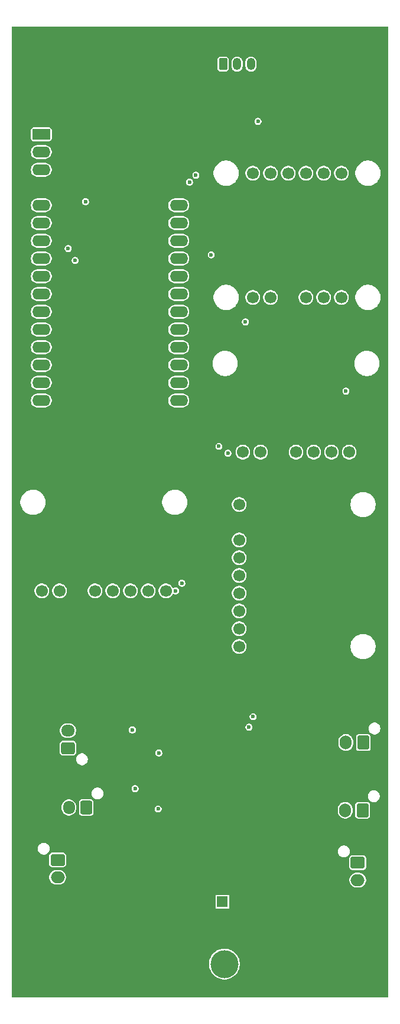
<source format=gbr>
%TF.GenerationSoftware,KiCad,Pcbnew,9.0.1*%
%TF.CreationDate,2025-04-21T23:50:45-04:00*%
%TF.ProjectId,2025SIMPLETVC,32303235-5349-44d5-904c-455456432e6b,rev?*%
%TF.SameCoordinates,Original*%
%TF.FileFunction,Copper,L3,Inr*%
%TF.FilePolarity,Positive*%
%FSLAX46Y46*%
G04 Gerber Fmt 4.6, Leading zero omitted, Abs format (unit mm)*
G04 Created by KiCad (PCBNEW 9.0.1) date 2025-04-21 23:50:45*
%MOMM*%
%LPD*%
G01*
G04 APERTURE LIST*
G04 Aperture macros list*
%AMRoundRect*
0 Rectangle with rounded corners*
0 $1 Rounding radius*
0 $2 $3 $4 $5 $6 $7 $8 $9 X,Y pos of 4 corners*
0 Add a 4 corners polygon primitive as box body*
4,1,4,$2,$3,$4,$5,$6,$7,$8,$9,$2,$3,0*
0 Add four circle primitives for the rounded corners*
1,1,$1+$1,$2,$3*
1,1,$1+$1,$4,$5*
1,1,$1+$1,$6,$7*
1,1,$1+$1,$8,$9*
0 Add four rect primitives between the rounded corners*
20,1,$1+$1,$2,$3,$4,$5,0*
20,1,$1+$1,$4,$5,$6,$7,0*
20,1,$1+$1,$6,$7,$8,$9,0*
20,1,$1+$1,$8,$9,$2,$3,0*%
G04 Aperture macros list end*
%TA.AperFunction,ComponentPad*%
%ADD10C,4.700000*%
%TD*%
%TA.AperFunction,ComponentPad*%
%ADD11RoundRect,0.250000X0.600000X0.750000X-0.600000X0.750000X-0.600000X-0.750000X0.600000X-0.750000X0*%
%TD*%
%TA.AperFunction,ComponentPad*%
%ADD12O,1.700000X2.000000*%
%TD*%
%TA.AperFunction,ComponentPad*%
%ADD13RoundRect,0.760000X-1.140000X-1.140000X1.140000X-1.140000X1.140000X1.140000X-1.140000X1.140000X0*%
%TD*%
%TA.AperFunction,ComponentPad*%
%ADD14C,4.000000*%
%TD*%
%TA.AperFunction,ComponentPad*%
%ADD15C,1.700000*%
%TD*%
%TA.AperFunction,ComponentPad*%
%ADD16R,1.600000X1.600000*%
%TD*%
%TA.AperFunction,ComponentPad*%
%ADD17C,1.600000*%
%TD*%
%TA.AperFunction,ComponentPad*%
%ADD18RoundRect,0.250000X-0.750000X0.600000X-0.750000X-0.600000X0.750000X-0.600000X0.750000X0.600000X0*%
%TD*%
%TA.AperFunction,ComponentPad*%
%ADD19O,2.000000X1.700000*%
%TD*%
%TA.AperFunction,ComponentPad*%
%ADD20RoundRect,0.250000X0.725000X-0.600000X0.725000X0.600000X-0.725000X0.600000X-0.725000X-0.600000X0*%
%TD*%
%TA.AperFunction,ComponentPad*%
%ADD21O,1.950000X1.700000*%
%TD*%
%TA.AperFunction,ComponentPad*%
%ADD22RoundRect,0.250000X-0.350000X-0.625000X0.350000X-0.625000X0.350000X0.625000X-0.350000X0.625000X0*%
%TD*%
%TA.AperFunction,ComponentPad*%
%ADD23O,1.200000X1.750000*%
%TD*%
%TA.AperFunction,ComponentPad*%
%ADD24RoundRect,0.250000X0.600000X0.725000X-0.600000X0.725000X-0.600000X-0.725000X0.600000X-0.725000X0*%
%TD*%
%TA.AperFunction,ComponentPad*%
%ADD25O,1.700000X1.950000*%
%TD*%
%TA.AperFunction,ComponentPad*%
%ADD26RoundRect,0.250000X-1.050000X-0.550000X1.050000X-0.550000X1.050000X0.550000X-1.050000X0.550000X0*%
%TD*%
%TA.AperFunction,ComponentPad*%
%ADD27O,2.600000X1.600000*%
%TD*%
%TA.AperFunction,ViaPad*%
%ADD28C,0.600000*%
%TD*%
G04 APERTURE END LIST*
D10*
%TO.N,GND*%
%TO.C,H3*%
X130500000Y-25000000D03*
%TD*%
%TO.N,GND*%
%TO.C,H4*%
X175500000Y-25000000D03*
%TD*%
D11*
%TO.N,VPYRO*%
%TO.C,J8*%
X176400000Y-123000000D03*
D12*
%TO.N,/PYO2*%
X173900000Y-123000000D03*
%TD*%
D10*
%TO.N,GND*%
%TO.C,H1*%
X130500000Y-155000000D03*
%TD*%
D13*
%TO.N,GND*%
%TO.C,J10*%
X151500000Y-154700000D03*
D14*
%TO.N,VBAT*%
X156500000Y-154700000D03*
%TD*%
D15*
%TO.N,+3V3*%
%TO.C,U2*%
X160550000Y-59290000D03*
%TO.N,unconnected-(U2-3Vo-Pad2)*%
X163090000Y-59290000D03*
%TO.N,GND*%
X165630000Y-59290000D03*
%TO.N,/SCK*%
X168170000Y-59290000D03*
%TO.N,/MISO*%
X170710000Y-59290000D03*
%TO.N,/IMU_INT1*%
X173250000Y-59290000D03*
%TO.N,unconnected-(U2-BT-Pad7)*%
X160550000Y-41510000D03*
%TO.N,unconnected-(U2-P0-Pad8)*%
X163090000Y-41510000D03*
%TO.N,unconnected-(U2-P1-Pad9)*%
X165630000Y-41510000D03*
%TO.N,/IMU_RST*%
X168170000Y-41510000D03*
%TO.N,/MOSI*%
X170710000Y-41510000D03*
%TO.N,/IMU_CS*%
X173250000Y-41510000D03*
%TD*%
D16*
%TO.N,VBAT*%
%TO.C,C1*%
X156202651Y-145800000D03*
D17*
%TO.N,GND*%
X151202651Y-145800000D03*
%TD*%
D18*
%TO.N,VPYRO*%
%TO.C,J5*%
X175600000Y-140200000D03*
D19*
%TO.N,VBAT*%
X175600000Y-142700000D03*
%TD*%
D18*
%TO.N,VIN*%
%TO.C,J4*%
X132600000Y-139800000D03*
D19*
%TO.N,VBAT*%
X132600000Y-142300000D03*
%TD*%
D20*
%TO.N,/SRV1O*%
%TO.C,J2*%
X134075000Y-123800000D03*
D21*
%TO.N,VIN*%
X134075000Y-121300000D03*
%TO.N,GND*%
X134075000Y-118800000D03*
%TD*%
D22*
%TO.N,/TX0*%
%TO.C,J7*%
X156300000Y-25900000D03*
D23*
%TO.N,/RX0*%
X158300000Y-25900000D03*
%TO.N,+5V*%
X160300000Y-25900000D03*
%TO.N,GND*%
X162300000Y-25900000D03*
%TD*%
D15*
%TO.N,+3V3*%
%TO.C,U7*%
X159130000Y-81450000D03*
%TO.N,unconnected-(U7-3Vo-Pad2)*%
X161670000Y-81450000D03*
%TO.N,GND*%
X164210000Y-81450000D03*
%TO.N,/SCK*%
X166750000Y-81450000D03*
%TO.N,/MISO*%
X169290000Y-81450000D03*
%TO.N,/MOSI*%
X171830000Y-81450000D03*
%TO.N,/MAG_CS*%
X174370000Y-81450000D03*
%TD*%
%TO.N,+3V3*%
%TO.C,U3*%
X158610000Y-88940000D03*
%TO.N,GND*%
X158610000Y-91480000D03*
%TO.N,/SCK*%
X158610000Y-94020000D03*
%TO.N,/MISO*%
X158610000Y-96560000D03*
%TO.N,/MOSI*%
X158610000Y-99100000D03*
%TO.N,/SD_CS*%
X158610000Y-101640000D03*
%TO.N,unconnected-(U3-D1-Pad7)*%
X158610000Y-104180000D03*
%TO.N,unconnected-(U3-DAT2-Pad8)*%
X158610000Y-106720000D03*
%TO.N,unconnected-(U3-DET-Pad9)*%
X158610000Y-109260000D03*
%TD*%
D10*
%TO.N,GND*%
%TO.C,H2*%
X175500000Y-155000000D03*
%TD*%
D15*
%TO.N,+3V3*%
%TO.C,U4*%
X130320000Y-101300000D03*
%TO.N,unconnected-(U4-3Vo-Pad2)*%
X132860000Y-101300000D03*
%TO.N,GND*%
X135400000Y-101300000D03*
%TO.N,/SCK*%
X137940000Y-101300000D03*
%TO.N,/MISO*%
X140480000Y-101300000D03*
%TO.N,/MOSI*%
X143020000Y-101300000D03*
%TO.N,/ALT_CS*%
X145560000Y-101300000D03*
%TO.N,unconnected-(U4-INT-Pad8)*%
X148100000Y-101300000D03*
%TD*%
D11*
%TO.N,VPYRO*%
%TO.C,J6*%
X176300000Y-132700000D03*
D12*
%TO.N,/PYO1*%
X173800000Y-132700000D03*
%TD*%
D24*
%TO.N,/SRV2O*%
%TO.C,J3*%
X136700000Y-132300000D03*
D25*
%TO.N,VIN*%
X134200000Y-132300000D03*
%TO.N,GND*%
X131700000Y-132300000D03*
%TD*%
D26*
%TO.N,unconnected-(A1-~{RESET}-Pad1)*%
%TO.C,A1*%
X130247500Y-35950000D03*
D27*
%TO.N,+3V3*%
X130247500Y-38490000D03*
%TO.N,unconnected-(A1-AREF-Pad3)*%
X130247500Y-41030000D03*
%TO.N,GND*%
X130247500Y-43570000D03*
%TO.N,/VINSENSE*%
X130247500Y-46110000D03*
%TO.N,/ALT_CS*%
X130247500Y-48650000D03*
%TO.N,/MAG_CS*%
X130247500Y-51190000D03*
%TO.N,/IMU_CS*%
X130247500Y-53730000D03*
%TO.N,/PYC1*%
X130247500Y-56270000D03*
%TO.N,/PYC2*%
X130247500Y-58810000D03*
%TO.N,/SCK*%
X130247500Y-61350000D03*
%TO.N,/MOSI*%
X130247500Y-63890000D03*
%TO.N,/MISO*%
X130247500Y-66430000D03*
%TO.N,/UART0_RX*%
X130247500Y-68970000D03*
%TO.N,/UART0_TX*%
X130247500Y-71510000D03*
%TO.N,unconnected-(A1-SPARE-Pad16)*%
X130247500Y-74050000D03*
%TO.N,unconnected-(A1-SDA-Pad17)*%
X149967500Y-74050000D03*
%TO.N,unconnected-(A1-SCL-Pad18)*%
X149967500Y-71510000D03*
%TO.N,/SRV1*%
X149967500Y-68970000D03*
%TO.N,/SRV2*%
X149967500Y-66430000D03*
%TO.N,/PYR1*%
X149967500Y-63890000D03*
%TO.N,/PYR2*%
X149967500Y-61350000D03*
%TO.N,/IMU_INT1*%
X149967500Y-58810000D03*
%TO.N,/IMU_RST*%
X149967500Y-56270000D03*
%TO.N,/SD_CS*%
X149967500Y-53730000D03*
%TO.N,unconnected-(A1-USB-Pad26)*%
X149967500Y-51190000D03*
%TO.N,unconnected-(A1-EN-Pad27)*%
X149967500Y-48650000D03*
%TO.N,+5V*%
X149967500Y-46110000D03*
%TD*%
D28*
%TO.N,/ALT_CS*%
X136600000Y-45600000D03*
%TO.N,/MAG_CS*%
X159500000Y-62800000D03*
X173900000Y-72700000D03*
%TO.N,/UART0_RX*%
X152400000Y-41800000D03*
X134100000Y-52300000D03*
%TO.N,/PYC1*%
X155700000Y-80600000D03*
%TO.N,/PYR1*%
X149497740Y-101300000D03*
X160000000Y-120800000D03*
%TO.N,/UART0_TX*%
X151500000Y-42800000D03*
X135100000Y-54000000D03*
%TO.N,GND*%
X168700000Y-94000000D03*
X146300000Y-49500000D03*
X149900000Y-82100000D03*
X140200000Y-127900000D03*
X178400000Y-63700000D03*
X144500000Y-148300000D03*
X147400000Y-92100000D03*
X167900000Y-83900000D03*
X157900000Y-45600000D03*
X154200000Y-63600000D03*
X146800000Y-40800000D03*
X150900000Y-97500000D03*
X169400000Y-75400000D03*
X140400000Y-63900000D03*
X149200000Y-134200000D03*
X165100000Y-91300000D03*
X154800000Y-100600000D03*
X175000000Y-102500000D03*
X153500000Y-134500000D03*
X176700000Y-48600000D03*
X149900000Y-121200000D03*
X142400000Y-98000000D03*
X169753648Y-31545905D03*
X130100000Y-94700000D03*
X127800000Y-112200000D03*
X168800000Y-107300000D03*
X140500000Y-68100000D03*
X147800000Y-95000000D03*
X156600000Y-97500000D03*
X150301362Y-92910649D03*
X134521413Y-148709119D03*
X157500000Y-64100000D03*
X133600000Y-66700000D03*
X134400000Y-76100000D03*
X140800000Y-75700000D03*
X176400000Y-35300000D03*
X156700000Y-72600000D03*
X167500000Y-50000000D03*
X145108175Y-156480253D03*
X146000000Y-46000000D03*
X168432954Y-137813374D03*
X139000000Y-53000000D03*
X141200000Y-59700000D03*
X148200000Y-67800000D03*
X144400000Y-24100000D03*
X148800000Y-158600000D03*
X159200000Y-159000000D03*
X150700000Y-95400000D03*
X128200000Y-129800000D03*
X139100000Y-134200000D03*
X127500000Y-83600000D03*
X165100000Y-101600000D03*
X139400000Y-39100000D03*
X164200000Y-69200000D03*
X168500000Y-156300000D03*
X147900000Y-129100000D03*
X145130700Y-152020298D03*
X146600000Y-98100000D03*
X140200000Y-71700000D03*
X142179922Y-152696048D03*
X135000000Y-69000000D03*
X143900000Y-71700000D03*
X140100000Y-90700000D03*
X160408427Y-137527530D03*
X127300000Y-145000000D03*
X149500000Y-98000000D03*
X149900000Y-77500000D03*
%TO.N,/PYC2*%
X157000000Y-81600000D03*
%TO.N,/PYR2*%
X160600000Y-119300000D03*
X150400000Y-100200000D03*
%TO.N,/SD_CS*%
X154600000Y-53200000D03*
%TO.N,+3V3*%
X147000000Y-132500000D03*
X147100000Y-124500000D03*
X143300000Y-121200000D03*
X143700000Y-129600000D03*
X161300000Y-34100000D03*
%TD*%
%TA.AperFunction,Conductor*%
%TO.N,GND*%
G36*
X179958691Y-20519407D02*
G01*
X179994655Y-20568907D01*
X179999500Y-20599500D01*
X179999500Y-159400500D01*
X179980593Y-159458691D01*
X179931093Y-159494655D01*
X179900500Y-159499500D01*
X126099500Y-159499500D01*
X126041309Y-159480593D01*
X126005345Y-159431093D01*
X126000500Y-159400500D01*
X126000500Y-154555770D01*
X154299500Y-154555770D01*
X154299500Y-154844229D01*
X154337150Y-155130209D01*
X154337150Y-155130214D01*
X154411809Y-155408846D01*
X154522194Y-155675341D01*
X154522196Y-155675346D01*
X154666423Y-155925153D01*
X154842020Y-156153997D01*
X154842022Y-156153999D01*
X154842026Y-156154004D01*
X155045996Y-156357974D01*
X155046000Y-156357977D01*
X155046002Y-156357979D01*
X155143383Y-156432701D01*
X155274844Y-156533575D01*
X155524655Y-156677804D01*
X155791155Y-156788191D01*
X156069783Y-156862849D01*
X156355772Y-156900500D01*
X156355773Y-156900500D01*
X156644227Y-156900500D01*
X156644228Y-156900500D01*
X156930217Y-156862849D01*
X157208845Y-156788191D01*
X157475345Y-156677804D01*
X157725156Y-156533575D01*
X157954004Y-156357974D01*
X158157974Y-156154004D01*
X158333575Y-155925156D01*
X158477804Y-155675345D01*
X158588191Y-155408845D01*
X158662849Y-155130217D01*
X158700500Y-154844228D01*
X158700500Y-154555772D01*
X158662849Y-154269783D01*
X158588191Y-153991155D01*
X158477804Y-153724655D01*
X158333575Y-153474844D01*
X158157974Y-153245996D01*
X157954004Y-153042026D01*
X157953999Y-153042022D01*
X157953997Y-153042020D01*
X157725153Y-152866423D01*
X157475346Y-152722196D01*
X157475341Y-152722194D01*
X157208846Y-152611809D01*
X157085988Y-152578889D01*
X156930217Y-152537151D01*
X156930214Y-152537150D01*
X156930212Y-152537150D01*
X156644229Y-152499500D01*
X156644228Y-152499500D01*
X156355772Y-152499500D01*
X156355770Y-152499500D01*
X156069790Y-152537150D01*
X156069785Y-152537150D01*
X155791153Y-152611809D01*
X155524658Y-152722194D01*
X155524653Y-152722196D01*
X155274846Y-152866423D01*
X155046002Y-153042020D01*
X154842020Y-153246002D01*
X154666423Y-153474846D01*
X154522196Y-153724653D01*
X154522194Y-153724658D01*
X154411809Y-153991153D01*
X154337150Y-154269785D01*
X154337150Y-154269790D01*
X154299500Y-154555770D01*
X126000500Y-154555770D01*
X126000500Y-144980253D01*
X155202151Y-144980253D01*
X155202151Y-146619746D01*
X155202152Y-146619758D01*
X155213783Y-146678227D01*
X155213784Y-146678231D01*
X155258099Y-146744552D01*
X155324420Y-146788867D01*
X155368882Y-146797711D01*
X155382892Y-146800498D01*
X155382897Y-146800498D01*
X155382903Y-146800500D01*
X155382904Y-146800500D01*
X157022398Y-146800500D01*
X157022399Y-146800500D01*
X157080882Y-146788867D01*
X157147203Y-146744552D01*
X157191518Y-146678231D01*
X157203151Y-146619748D01*
X157203151Y-144980252D01*
X157191518Y-144921769D01*
X157147203Y-144855448D01*
X157147199Y-144855445D01*
X157080884Y-144811134D01*
X157080882Y-144811133D01*
X157080879Y-144811132D01*
X157080878Y-144811132D01*
X157022409Y-144799501D01*
X157022399Y-144799500D01*
X155382903Y-144799500D01*
X155382902Y-144799500D01*
X155382892Y-144799501D01*
X155324423Y-144811132D01*
X155324417Y-144811134D01*
X155258102Y-144855445D01*
X155258096Y-144855451D01*
X155213785Y-144921766D01*
X155213783Y-144921772D01*
X155202152Y-144980241D01*
X155202151Y-144980253D01*
X126000500Y-144980253D01*
X126000500Y-142196532D01*
X131399500Y-142196532D01*
X131399500Y-142403467D01*
X131439869Y-142606418D01*
X131519058Y-142797597D01*
X131634020Y-142969651D01*
X131634023Y-142969655D01*
X131780345Y-143115977D01*
X131952402Y-143230941D01*
X132143580Y-143310130D01*
X132346535Y-143350500D01*
X132346536Y-143350500D01*
X132853464Y-143350500D01*
X132853465Y-143350500D01*
X133056420Y-143310130D01*
X133247598Y-143230941D01*
X133419655Y-143115977D01*
X133565977Y-142969655D01*
X133680941Y-142797598D01*
X133760130Y-142606420D01*
X133762097Y-142596532D01*
X174399500Y-142596532D01*
X174399500Y-142803467D01*
X174439869Y-143006418D01*
X174519058Y-143197597D01*
X174519059Y-143197598D01*
X174634023Y-143369655D01*
X174780345Y-143515977D01*
X174952402Y-143630941D01*
X175143580Y-143710130D01*
X175346535Y-143750500D01*
X175346536Y-143750500D01*
X175853464Y-143750500D01*
X175853465Y-143750500D01*
X176056420Y-143710130D01*
X176247598Y-143630941D01*
X176419655Y-143515977D01*
X176565977Y-143369655D01*
X176680941Y-143197598D01*
X176760130Y-143006420D01*
X176800500Y-142803465D01*
X176800500Y-142596535D01*
X176760130Y-142393580D01*
X176680941Y-142202402D01*
X176565977Y-142030345D01*
X176419655Y-141884023D01*
X176247598Y-141769059D01*
X176247599Y-141769059D01*
X176247597Y-141769058D01*
X176056418Y-141689869D01*
X175853467Y-141649500D01*
X175853465Y-141649500D01*
X175346535Y-141649500D01*
X175346532Y-141649500D01*
X175143581Y-141689869D01*
X174952402Y-141769058D01*
X174780348Y-141884020D01*
X174634020Y-142030348D01*
X174519058Y-142202402D01*
X174439869Y-142393581D01*
X174399500Y-142596532D01*
X133762097Y-142596532D01*
X133800500Y-142403465D01*
X133800500Y-142196535D01*
X133760130Y-141993580D01*
X133680941Y-141802402D01*
X133565977Y-141630345D01*
X133419655Y-141484023D01*
X133247598Y-141369059D01*
X133247599Y-141369059D01*
X133247597Y-141369058D01*
X133056418Y-141289869D01*
X132853467Y-141249500D01*
X132853465Y-141249500D01*
X132346535Y-141249500D01*
X132346532Y-141249500D01*
X132143581Y-141289869D01*
X131952402Y-141369058D01*
X131780348Y-141484020D01*
X131634020Y-141630348D01*
X131519058Y-141802402D01*
X131439869Y-141993581D01*
X131399500Y-142196532D01*
X126000500Y-142196532D01*
X126000500Y-139145725D01*
X131399500Y-139145725D01*
X131399500Y-140454274D01*
X131402353Y-140484694D01*
X131402355Y-140484703D01*
X131447207Y-140612883D01*
X131527845Y-140722144D01*
X131527847Y-140722146D01*
X131527850Y-140722150D01*
X131527853Y-140722152D01*
X131527855Y-140722154D01*
X131637116Y-140802792D01*
X131637117Y-140802792D01*
X131637118Y-140802793D01*
X131765301Y-140847646D01*
X131795725Y-140850499D01*
X131795727Y-140850500D01*
X131795734Y-140850500D01*
X133404273Y-140850500D01*
X133404273Y-140850499D01*
X133434699Y-140847646D01*
X133562882Y-140802793D01*
X133672150Y-140722150D01*
X133752793Y-140612882D01*
X133797646Y-140484699D01*
X133800499Y-140454273D01*
X133800500Y-140454273D01*
X133800500Y-139545725D01*
X174399500Y-139545725D01*
X174399500Y-140854274D01*
X174402353Y-140884694D01*
X174402355Y-140884703D01*
X174447207Y-141012883D01*
X174527845Y-141122144D01*
X174527847Y-141122146D01*
X174527850Y-141122150D01*
X174527853Y-141122152D01*
X174527855Y-141122154D01*
X174637116Y-141202792D01*
X174637117Y-141202792D01*
X174637118Y-141202793D01*
X174765301Y-141247646D01*
X174795725Y-141250499D01*
X174795727Y-141250500D01*
X174795734Y-141250500D01*
X176404273Y-141250500D01*
X176404273Y-141250499D01*
X176434699Y-141247646D01*
X176562882Y-141202793D01*
X176672150Y-141122150D01*
X176752793Y-141012882D01*
X176797646Y-140884699D01*
X176800499Y-140854273D01*
X176800500Y-140854273D01*
X176800500Y-139545727D01*
X176800499Y-139545725D01*
X176797646Y-139515305D01*
X176797646Y-139515301D01*
X176752793Y-139387118D01*
X176672150Y-139277850D01*
X176672146Y-139277847D01*
X176672144Y-139277845D01*
X176562883Y-139197207D01*
X176434703Y-139152355D01*
X176434694Y-139152353D01*
X176404274Y-139149500D01*
X176404266Y-139149500D01*
X174795734Y-139149500D01*
X174795725Y-139149500D01*
X174765305Y-139152353D01*
X174765296Y-139152355D01*
X174637116Y-139197207D01*
X174527855Y-139277845D01*
X174527845Y-139277855D01*
X174447207Y-139387116D01*
X174402355Y-139515296D01*
X174402353Y-139515305D01*
X174399500Y-139545725D01*
X133800500Y-139545725D01*
X133800500Y-139145727D01*
X133800499Y-139145725D01*
X133797646Y-139115305D01*
X133797646Y-139115301D01*
X133752793Y-138987118D01*
X133672150Y-138877850D01*
X133672146Y-138877847D01*
X133672144Y-138877845D01*
X133562883Y-138797207D01*
X133434703Y-138752355D01*
X133434694Y-138752353D01*
X133404274Y-138749500D01*
X133404266Y-138749500D01*
X131795734Y-138749500D01*
X131795725Y-138749500D01*
X131765305Y-138752353D01*
X131765296Y-138752355D01*
X131637116Y-138797207D01*
X131527855Y-138877845D01*
X131527845Y-138877855D01*
X131447207Y-138987116D01*
X131402355Y-139115296D01*
X131402353Y-139115305D01*
X131399500Y-139145725D01*
X126000500Y-139145725D01*
X126000500Y-138116230D01*
X129749500Y-138116230D01*
X129749500Y-138283769D01*
X129782183Y-138448079D01*
X129782185Y-138448085D01*
X129846296Y-138602862D01*
X129846297Y-138602863D01*
X129939374Y-138742162D01*
X130057838Y-138860626D01*
X130197137Y-138953703D01*
X130351918Y-139017816D01*
X130516233Y-139050500D01*
X130516234Y-139050500D01*
X130683766Y-139050500D01*
X130683767Y-139050500D01*
X130701474Y-139046977D01*
X130704777Y-139046321D01*
X130727476Y-139041805D01*
X130848082Y-139017816D01*
X131002863Y-138953703D01*
X131142162Y-138860626D01*
X131260626Y-138742162D01*
X131353703Y-138602863D01*
X131389588Y-138516230D01*
X172749500Y-138516230D01*
X172749500Y-138683769D01*
X172782183Y-138848079D01*
X172782185Y-138848085D01*
X172846296Y-139002862D01*
X172846297Y-139002863D01*
X172939374Y-139142162D01*
X173057838Y-139260626D01*
X173197137Y-139353703D01*
X173351918Y-139417816D01*
X173516233Y-139450500D01*
X173516234Y-139450500D01*
X173683766Y-139450500D01*
X173683767Y-139450500D01*
X173701474Y-139446977D01*
X173704777Y-139446321D01*
X173727476Y-139441805D01*
X173848082Y-139417816D01*
X174002863Y-139353703D01*
X174142162Y-139260626D01*
X174260626Y-139142162D01*
X174353703Y-139002863D01*
X174417816Y-138848082D01*
X174450500Y-138683767D01*
X174450500Y-138516233D01*
X174417816Y-138351918D01*
X174353703Y-138197137D01*
X174260626Y-138057838D01*
X174142162Y-137939374D01*
X174002863Y-137846297D01*
X174002864Y-137846297D01*
X174002862Y-137846296D01*
X173848085Y-137782185D01*
X173848079Y-137782183D01*
X173683769Y-137749500D01*
X173683767Y-137749500D01*
X173516233Y-137749500D01*
X173516230Y-137749500D01*
X173351920Y-137782183D01*
X173351914Y-137782185D01*
X173197137Y-137846296D01*
X173057838Y-137939374D01*
X173057834Y-137939377D01*
X172939377Y-138057834D01*
X172939374Y-138057838D01*
X172846296Y-138197137D01*
X172782185Y-138351914D01*
X172782183Y-138351920D01*
X172749500Y-138516230D01*
X131389588Y-138516230D01*
X131417816Y-138448082D01*
X131450500Y-138283767D01*
X131450500Y-138116233D01*
X131417816Y-137951918D01*
X131353703Y-137797137D01*
X131260626Y-137657838D01*
X131142162Y-137539374D01*
X131002863Y-137446297D01*
X131002864Y-137446297D01*
X131002862Y-137446296D01*
X130848085Y-137382185D01*
X130848079Y-137382183D01*
X130683769Y-137349500D01*
X130683767Y-137349500D01*
X130516233Y-137349500D01*
X130516230Y-137349500D01*
X130351920Y-137382183D01*
X130351914Y-137382185D01*
X130197137Y-137446296D01*
X130057838Y-137539374D01*
X130057834Y-137539377D01*
X129939377Y-137657834D01*
X129939374Y-137657838D01*
X129846296Y-137797137D01*
X129782185Y-137951914D01*
X129782183Y-137951920D01*
X129749500Y-138116230D01*
X126000500Y-138116230D01*
X126000500Y-132071532D01*
X133149500Y-132071532D01*
X133149500Y-132528467D01*
X133189869Y-132731418D01*
X133269058Y-132922597D01*
X133384020Y-133094651D01*
X133384023Y-133094655D01*
X133530345Y-133240977D01*
X133702402Y-133355941D01*
X133893580Y-133435130D01*
X134096535Y-133475500D01*
X134096536Y-133475500D01*
X134303464Y-133475500D01*
X134303465Y-133475500D01*
X134506420Y-133435130D01*
X134697598Y-133355941D01*
X134869655Y-133240977D01*
X135015977Y-133094655D01*
X135130941Y-132922598D01*
X135210130Y-132731420D01*
X135250500Y-132528465D01*
X135250500Y-132071535D01*
X135210130Y-131868580D01*
X135130941Y-131677402D01*
X135026254Y-131520725D01*
X135649500Y-131520725D01*
X135649500Y-133079274D01*
X135652353Y-133109694D01*
X135652355Y-133109703D01*
X135697207Y-133237883D01*
X135777845Y-133347144D01*
X135777847Y-133347146D01*
X135777850Y-133347150D01*
X135777853Y-133347152D01*
X135777855Y-133347154D01*
X135887116Y-133427792D01*
X135887117Y-133427792D01*
X135887118Y-133427793D01*
X136015301Y-133472646D01*
X136045725Y-133475499D01*
X136045727Y-133475500D01*
X136045734Y-133475500D01*
X137354273Y-133475500D01*
X137354273Y-133475499D01*
X137384699Y-133472646D01*
X137512882Y-133427793D01*
X137622150Y-133347150D01*
X137702793Y-133237882D01*
X137747646Y-133109699D01*
X137750499Y-133079273D01*
X137750500Y-133079273D01*
X137750500Y-132434108D01*
X146499500Y-132434108D01*
X146499500Y-132565892D01*
X146529579Y-132678151D01*
X146533609Y-132693190D01*
X146599496Y-132807309D01*
X146599498Y-132807311D01*
X146599500Y-132807314D01*
X146692686Y-132900500D01*
X146692688Y-132900501D01*
X146692690Y-132900503D01*
X146806810Y-132966390D01*
X146806808Y-132966390D01*
X146806812Y-132966391D01*
X146806814Y-132966392D01*
X146934108Y-133000500D01*
X146934110Y-133000500D01*
X147065890Y-133000500D01*
X147065892Y-133000500D01*
X147193186Y-132966392D01*
X147193188Y-132966390D01*
X147193190Y-132966390D01*
X147307309Y-132900503D01*
X147307309Y-132900502D01*
X147307314Y-132900500D01*
X147400500Y-132807314D01*
X147466392Y-132693186D01*
X147500500Y-132565892D01*
X147500500Y-132446532D01*
X172749500Y-132446532D01*
X172749500Y-132953467D01*
X172789869Y-133156418D01*
X172869058Y-133347597D01*
X172984020Y-133519651D01*
X172984023Y-133519655D01*
X173130345Y-133665977D01*
X173302402Y-133780941D01*
X173493580Y-133860130D01*
X173696535Y-133900500D01*
X173696536Y-133900500D01*
X173903464Y-133900500D01*
X173903465Y-133900500D01*
X174106420Y-133860130D01*
X174297598Y-133780941D01*
X174469655Y-133665977D01*
X174615977Y-133519655D01*
X174730941Y-133347598D01*
X174810130Y-133156420D01*
X174850500Y-132953465D01*
X174850500Y-132446535D01*
X174810130Y-132243580D01*
X174730941Y-132052402D01*
X174626254Y-131895725D01*
X175249500Y-131895725D01*
X175249500Y-133504274D01*
X175252353Y-133534694D01*
X175252355Y-133534703D01*
X175297207Y-133662883D01*
X175377845Y-133772144D01*
X175377847Y-133772146D01*
X175377850Y-133772150D01*
X175377853Y-133772152D01*
X175377855Y-133772154D01*
X175487116Y-133852792D01*
X175487117Y-133852792D01*
X175487118Y-133852793D01*
X175615301Y-133897646D01*
X175645725Y-133900499D01*
X175645727Y-133900500D01*
X175645734Y-133900500D01*
X176954273Y-133900500D01*
X176954273Y-133900499D01*
X176984699Y-133897646D01*
X177112882Y-133852793D01*
X177222150Y-133772150D01*
X177302793Y-133662882D01*
X177347646Y-133534699D01*
X177350499Y-133504273D01*
X177350500Y-133504273D01*
X177350500Y-131895727D01*
X177350499Y-131895725D01*
X177349057Y-131880345D01*
X177347646Y-131865301D01*
X177302793Y-131737118D01*
X177222150Y-131627850D01*
X177222146Y-131627847D01*
X177222144Y-131627845D01*
X177112883Y-131547207D01*
X176984703Y-131502355D01*
X176984694Y-131502353D01*
X176954274Y-131499500D01*
X176954266Y-131499500D01*
X175645734Y-131499500D01*
X175645725Y-131499500D01*
X175615305Y-131502353D01*
X175615296Y-131502355D01*
X175487116Y-131547207D01*
X175377855Y-131627845D01*
X175377845Y-131627855D01*
X175297207Y-131737116D01*
X175252355Y-131865296D01*
X175252353Y-131865305D01*
X175249500Y-131895725D01*
X174626254Y-131895725D01*
X174615977Y-131880345D01*
X174469655Y-131734023D01*
X174469651Y-131734020D01*
X174297597Y-131619058D01*
X174106418Y-131539869D01*
X173903467Y-131499500D01*
X173903465Y-131499500D01*
X173696535Y-131499500D01*
X173696532Y-131499500D01*
X173493581Y-131539869D01*
X173302402Y-131619058D01*
X173130348Y-131734020D01*
X172984020Y-131880348D01*
X172869058Y-132052402D01*
X172789869Y-132243581D01*
X172749500Y-132446532D01*
X147500500Y-132446532D01*
X147500500Y-132434108D01*
X147466392Y-132306814D01*
X147466390Y-132306811D01*
X147466390Y-132306809D01*
X147400503Y-132192690D01*
X147400501Y-132192688D01*
X147400500Y-132192686D01*
X147307314Y-132099500D01*
X147307311Y-132099498D01*
X147307309Y-132099496D01*
X147193189Y-132033609D01*
X147193191Y-132033609D01*
X147143799Y-132020375D01*
X147065892Y-131999500D01*
X146934108Y-131999500D01*
X146856200Y-132020375D01*
X146806809Y-132033609D01*
X146692690Y-132099496D01*
X146599496Y-132192690D01*
X146533609Y-132306809D01*
X146533608Y-132306814D01*
X146499500Y-132434108D01*
X137750500Y-132434108D01*
X137750500Y-131520727D01*
X137750499Y-131520725D01*
X137748776Y-131502353D01*
X137747646Y-131490301D01*
X137702793Y-131362118D01*
X137701691Y-131360625D01*
X137622154Y-131252855D01*
X137622152Y-131252853D01*
X137622150Y-131252850D01*
X137622146Y-131252847D01*
X137622144Y-131252845D01*
X137512883Y-131172207D01*
X137384703Y-131127355D01*
X137384694Y-131127353D01*
X137354274Y-131124500D01*
X137354266Y-131124500D01*
X136045734Y-131124500D01*
X136045725Y-131124500D01*
X136015305Y-131127353D01*
X136015296Y-131127355D01*
X135887116Y-131172207D01*
X135777855Y-131252845D01*
X135777845Y-131252855D01*
X135697207Y-131362116D01*
X135652355Y-131490296D01*
X135652353Y-131490305D01*
X135649500Y-131520725D01*
X135026254Y-131520725D01*
X135015977Y-131505345D01*
X134869655Y-131359023D01*
X134869651Y-131359020D01*
X134697597Y-131244058D01*
X134506418Y-131164869D01*
X134303467Y-131124500D01*
X134303465Y-131124500D01*
X134096535Y-131124500D01*
X134096532Y-131124500D01*
X133893581Y-131164869D01*
X133702402Y-131244058D01*
X133530348Y-131359020D01*
X133384020Y-131505348D01*
X133269058Y-131677402D01*
X133189869Y-131868581D01*
X133149500Y-132071532D01*
X126000500Y-132071532D01*
X126000500Y-130216230D01*
X137449500Y-130216230D01*
X137449500Y-130383769D01*
X137482183Y-130548079D01*
X137482185Y-130548085D01*
X137546296Y-130702862D01*
X137546297Y-130702863D01*
X137639374Y-130842162D01*
X137757838Y-130960626D01*
X137897137Y-131053703D01*
X138051918Y-131117816D01*
X138216233Y-131150500D01*
X138216234Y-131150500D01*
X138383766Y-131150500D01*
X138383767Y-131150500D01*
X138548082Y-131117816D01*
X138702863Y-131053703D01*
X138842162Y-130960626D01*
X138960626Y-130842162D01*
X139053703Y-130702863D01*
X139089588Y-130616230D01*
X177049500Y-130616230D01*
X177049500Y-130783769D01*
X177082183Y-130948079D01*
X177082185Y-130948085D01*
X177146296Y-131102862D01*
X177146297Y-131102863D01*
X177239374Y-131242162D01*
X177357838Y-131360626D01*
X177497137Y-131453703D01*
X177651918Y-131517816D01*
X177816233Y-131550500D01*
X177816234Y-131550500D01*
X177983766Y-131550500D01*
X177983767Y-131550500D01*
X178148082Y-131517816D01*
X178302863Y-131453703D01*
X178442162Y-131360626D01*
X178560626Y-131242162D01*
X178653703Y-131102863D01*
X178717816Y-130948082D01*
X178750500Y-130783767D01*
X178750500Y-130616233D01*
X178717816Y-130451918D01*
X178653703Y-130297137D01*
X178560626Y-130157838D01*
X178442162Y-130039374D01*
X178302863Y-129946297D01*
X178302864Y-129946297D01*
X178302862Y-129946296D01*
X178148085Y-129882185D01*
X178148079Y-129882183D01*
X177983769Y-129849500D01*
X177983767Y-129849500D01*
X177816233Y-129849500D01*
X177816230Y-129849500D01*
X177651920Y-129882183D01*
X177651914Y-129882185D01*
X177497137Y-129946296D01*
X177357838Y-130039374D01*
X177357834Y-130039377D01*
X177239377Y-130157834D01*
X177239374Y-130157838D01*
X177146296Y-130297137D01*
X177082185Y-130451914D01*
X177082183Y-130451920D01*
X177049500Y-130616230D01*
X139089588Y-130616230D01*
X139117816Y-130548082D01*
X139150500Y-130383767D01*
X139150500Y-130216233D01*
X139117816Y-130051918D01*
X139053703Y-129897137D01*
X138960626Y-129757838D01*
X138842162Y-129639374D01*
X138702863Y-129546297D01*
X138702864Y-129546297D01*
X138702862Y-129546296D01*
X138673438Y-129534108D01*
X143199500Y-129534108D01*
X143199500Y-129665892D01*
X143224136Y-129757834D01*
X143233609Y-129793190D01*
X143299496Y-129907309D01*
X143299498Y-129907311D01*
X143299500Y-129907314D01*
X143392686Y-130000500D01*
X143392688Y-130000501D01*
X143392690Y-130000503D01*
X143506810Y-130066390D01*
X143506808Y-130066390D01*
X143506812Y-130066391D01*
X143506814Y-130066392D01*
X143634108Y-130100500D01*
X143634110Y-130100500D01*
X143765890Y-130100500D01*
X143765892Y-130100500D01*
X143893186Y-130066392D01*
X143893188Y-130066390D01*
X143893190Y-130066390D01*
X144007309Y-130000503D01*
X144007309Y-130000502D01*
X144007314Y-130000500D01*
X144100500Y-129907314D01*
X144115009Y-129882184D01*
X144166390Y-129793190D01*
X144166390Y-129793188D01*
X144166392Y-129793186D01*
X144200500Y-129665892D01*
X144200500Y-129534108D01*
X144166392Y-129406814D01*
X144166390Y-129406811D01*
X144166390Y-129406809D01*
X144100503Y-129292690D01*
X144100501Y-129292688D01*
X144100500Y-129292686D01*
X144007314Y-129199500D01*
X144007311Y-129199498D01*
X144007309Y-129199496D01*
X143893189Y-129133609D01*
X143893191Y-129133609D01*
X143843799Y-129120375D01*
X143765892Y-129099500D01*
X143634108Y-129099500D01*
X143556200Y-129120375D01*
X143506809Y-129133609D01*
X143392690Y-129199496D01*
X143299496Y-129292690D01*
X143233609Y-129406809D01*
X143233608Y-129406814D01*
X143199500Y-129534108D01*
X138673438Y-129534108D01*
X138548085Y-129482185D01*
X138548079Y-129482183D01*
X138383769Y-129449500D01*
X138383767Y-129449500D01*
X138216233Y-129449500D01*
X138216230Y-129449500D01*
X138051920Y-129482183D01*
X138051914Y-129482185D01*
X137897137Y-129546296D01*
X137757838Y-129639374D01*
X137757834Y-129639377D01*
X137639377Y-129757834D01*
X137639374Y-129757838D01*
X137546296Y-129897137D01*
X137482185Y-130051914D01*
X137482183Y-130051920D01*
X137449500Y-130216230D01*
X126000500Y-130216230D01*
X126000500Y-125316230D01*
X135224500Y-125316230D01*
X135224500Y-125483769D01*
X135257183Y-125648079D01*
X135257185Y-125648085D01*
X135321296Y-125802862D01*
X135321297Y-125802863D01*
X135414374Y-125942162D01*
X135532838Y-126060626D01*
X135672137Y-126153703D01*
X135826918Y-126217816D01*
X135991233Y-126250500D01*
X135991234Y-126250500D01*
X136158766Y-126250500D01*
X136158767Y-126250500D01*
X136323082Y-126217816D01*
X136477863Y-126153703D01*
X136617162Y-126060626D01*
X136735626Y-125942162D01*
X136828703Y-125802863D01*
X136892816Y-125648082D01*
X136925500Y-125483767D01*
X136925500Y-125316233D01*
X136892816Y-125151918D01*
X136828703Y-124997137D01*
X136735626Y-124857838D01*
X136617162Y-124739374D01*
X136477863Y-124646297D01*
X136477864Y-124646297D01*
X136477862Y-124646296D01*
X136323085Y-124582185D01*
X136323079Y-124582183D01*
X136158769Y-124549500D01*
X136158767Y-124549500D01*
X135991233Y-124549500D01*
X135991230Y-124549500D01*
X135826920Y-124582183D01*
X135826914Y-124582185D01*
X135672137Y-124646296D01*
X135532838Y-124739374D01*
X135532834Y-124739377D01*
X135414377Y-124857834D01*
X135414374Y-124857838D01*
X135321296Y-124997137D01*
X135257185Y-125151914D01*
X135257183Y-125151920D01*
X135224500Y-125316230D01*
X126000500Y-125316230D01*
X126000500Y-123145725D01*
X132899500Y-123145725D01*
X132899500Y-124454274D01*
X132902353Y-124484694D01*
X132902355Y-124484703D01*
X132947207Y-124612883D01*
X133027845Y-124722144D01*
X133027847Y-124722146D01*
X133027850Y-124722150D01*
X133027853Y-124722152D01*
X133027855Y-124722154D01*
X133137116Y-124802792D01*
X133137117Y-124802792D01*
X133137118Y-124802793D01*
X133265301Y-124847646D01*
X133295725Y-124850499D01*
X133295727Y-124850500D01*
X133295734Y-124850500D01*
X134854273Y-124850500D01*
X134854273Y-124850499D01*
X134884699Y-124847646D01*
X135012882Y-124802793D01*
X135122150Y-124722150D01*
X135202793Y-124612882D01*
X135247646Y-124484699D01*
X135250499Y-124454273D01*
X135250500Y-124454273D01*
X135250500Y-124434108D01*
X146599500Y-124434108D01*
X146599500Y-124565892D01*
X146603866Y-124582185D01*
X146633609Y-124693190D01*
X146699496Y-124807309D01*
X146699498Y-124807311D01*
X146699500Y-124807314D01*
X146792686Y-124900500D01*
X146792688Y-124900501D01*
X146792690Y-124900503D01*
X146906810Y-124966390D01*
X146906808Y-124966390D01*
X146906812Y-124966391D01*
X146906814Y-124966392D01*
X147034108Y-125000500D01*
X147034110Y-125000500D01*
X147165890Y-125000500D01*
X147165892Y-125000500D01*
X147293186Y-124966392D01*
X147293188Y-124966390D01*
X147293190Y-124966390D01*
X147407309Y-124900503D01*
X147407309Y-124900502D01*
X147407314Y-124900500D01*
X147500500Y-124807314D01*
X147539724Y-124739377D01*
X147566390Y-124693190D01*
X147566390Y-124693188D01*
X147566392Y-124693186D01*
X147600500Y-124565892D01*
X147600500Y-124434108D01*
X147566392Y-124306814D01*
X147566390Y-124306811D01*
X147566390Y-124306809D01*
X147500503Y-124192690D01*
X147500501Y-124192688D01*
X147500500Y-124192686D01*
X147407314Y-124099500D01*
X147407311Y-124099498D01*
X147407309Y-124099496D01*
X147293189Y-124033609D01*
X147293191Y-124033609D01*
X147243799Y-124020375D01*
X147165892Y-123999500D01*
X147034108Y-123999500D01*
X146956200Y-124020375D01*
X146906809Y-124033609D01*
X146792690Y-124099496D01*
X146699496Y-124192690D01*
X146633609Y-124306809D01*
X146633608Y-124306814D01*
X146599500Y-124434108D01*
X135250500Y-124434108D01*
X135250500Y-123145727D01*
X135250499Y-123145725D01*
X135247646Y-123115305D01*
X135247646Y-123115301D01*
X135202793Y-122987118D01*
X135122150Y-122877850D01*
X135122146Y-122877847D01*
X135122144Y-122877845D01*
X135045563Y-122821326D01*
X135012883Y-122797207D01*
X134884703Y-122752355D01*
X134884694Y-122752353D01*
X134854274Y-122749500D01*
X134854266Y-122749500D01*
X133295734Y-122749500D01*
X133295725Y-122749500D01*
X133265305Y-122752353D01*
X133265296Y-122752355D01*
X133137116Y-122797207D01*
X133027855Y-122877845D01*
X133027845Y-122877855D01*
X132947207Y-122987116D01*
X132902355Y-123115296D01*
X132902353Y-123115305D01*
X132899500Y-123145725D01*
X126000500Y-123145725D01*
X126000500Y-122746532D01*
X172849500Y-122746532D01*
X172849500Y-123253467D01*
X172889869Y-123456418D01*
X172969058Y-123647597D01*
X173084020Y-123819651D01*
X173084023Y-123819655D01*
X173230345Y-123965977D01*
X173402402Y-124080941D01*
X173593580Y-124160130D01*
X173796535Y-124200500D01*
X173796536Y-124200500D01*
X174003464Y-124200500D01*
X174003465Y-124200500D01*
X174206420Y-124160130D01*
X174397598Y-124080941D01*
X174569655Y-123965977D01*
X174715977Y-123819655D01*
X174830941Y-123647598D01*
X174910130Y-123456420D01*
X174950500Y-123253465D01*
X174950500Y-122746535D01*
X174910130Y-122543580D01*
X174830941Y-122352402D01*
X174726254Y-122195725D01*
X175349500Y-122195725D01*
X175349500Y-123804274D01*
X175352353Y-123834694D01*
X175352355Y-123834703D01*
X175397207Y-123962883D01*
X175477845Y-124072144D01*
X175477847Y-124072146D01*
X175477850Y-124072150D01*
X175477853Y-124072152D01*
X175477855Y-124072154D01*
X175587116Y-124152792D01*
X175587117Y-124152792D01*
X175587118Y-124152793D01*
X175715301Y-124197646D01*
X175745725Y-124200499D01*
X175745727Y-124200500D01*
X175745734Y-124200500D01*
X177054273Y-124200500D01*
X177054273Y-124200499D01*
X177084699Y-124197646D01*
X177212882Y-124152793D01*
X177322150Y-124072150D01*
X177402793Y-123962882D01*
X177447646Y-123834699D01*
X177450499Y-123804273D01*
X177450500Y-123804273D01*
X177450500Y-122195727D01*
X177450499Y-122195725D01*
X177447646Y-122165305D01*
X177447646Y-122165301D01*
X177402793Y-122037118D01*
X177353003Y-121969655D01*
X177322154Y-121927855D01*
X177322152Y-121927853D01*
X177322150Y-121927850D01*
X177322146Y-121927847D01*
X177322144Y-121927845D01*
X177212883Y-121847207D01*
X177084703Y-121802355D01*
X177084694Y-121802353D01*
X177054274Y-121799500D01*
X177054266Y-121799500D01*
X175745734Y-121799500D01*
X175745725Y-121799500D01*
X175715305Y-121802353D01*
X175715296Y-121802355D01*
X175587116Y-121847207D01*
X175477855Y-121927845D01*
X175477845Y-121927855D01*
X175397207Y-122037116D01*
X175352355Y-122165296D01*
X175352353Y-122165305D01*
X175349500Y-122195725D01*
X174726254Y-122195725D01*
X174715977Y-122180345D01*
X174569655Y-122034023D01*
X174473315Y-121969651D01*
X174397597Y-121919058D01*
X174206418Y-121839869D01*
X174003467Y-121799500D01*
X174003465Y-121799500D01*
X173796535Y-121799500D01*
X173796532Y-121799500D01*
X173593581Y-121839869D01*
X173402402Y-121919058D01*
X173230348Y-122034020D01*
X173084020Y-122180348D01*
X172969058Y-122352402D01*
X172889869Y-122543581D01*
X172849500Y-122746532D01*
X126000500Y-122746532D01*
X126000500Y-121196532D01*
X132899500Y-121196532D01*
X132899500Y-121403467D01*
X132939869Y-121606418D01*
X133019058Y-121797597D01*
X133106090Y-121927850D01*
X133134023Y-121969655D01*
X133280345Y-122115977D01*
X133452402Y-122230941D01*
X133643580Y-122310130D01*
X133846535Y-122350500D01*
X133846536Y-122350500D01*
X134303464Y-122350500D01*
X134303465Y-122350500D01*
X134506420Y-122310130D01*
X134697598Y-122230941D01*
X134869655Y-122115977D01*
X135015977Y-121969655D01*
X135130941Y-121797598D01*
X135210130Y-121606420D01*
X135250500Y-121403465D01*
X135250500Y-121196535D01*
X135250499Y-121196529D01*
X135240634Y-121146932D01*
X135238083Y-121134108D01*
X142799500Y-121134108D01*
X142799500Y-121265892D01*
X142808773Y-121300500D01*
X142833609Y-121393190D01*
X142899496Y-121507309D01*
X142899498Y-121507311D01*
X142899500Y-121507314D01*
X142992686Y-121600500D01*
X142992688Y-121600501D01*
X142992690Y-121600503D01*
X143106810Y-121666390D01*
X143106808Y-121666390D01*
X143106812Y-121666391D01*
X143106814Y-121666392D01*
X143234108Y-121700500D01*
X143234110Y-121700500D01*
X143365890Y-121700500D01*
X143365892Y-121700500D01*
X143493186Y-121666392D01*
X143493188Y-121666390D01*
X143493190Y-121666390D01*
X143607309Y-121600503D01*
X143607309Y-121600502D01*
X143607314Y-121600500D01*
X143700500Y-121507314D01*
X143700503Y-121507309D01*
X143766390Y-121393190D01*
X143766390Y-121393188D01*
X143766392Y-121393186D01*
X143800500Y-121265892D01*
X143800500Y-121134108D01*
X143766392Y-121006814D01*
X143766390Y-121006811D01*
X143766390Y-121006809D01*
X143700503Y-120892690D01*
X143700501Y-120892688D01*
X143700500Y-120892686D01*
X143607314Y-120799500D01*
X143607311Y-120799498D01*
X143607309Y-120799496D01*
X143494053Y-120734108D01*
X159499500Y-120734108D01*
X159499500Y-120865892D01*
X159512988Y-120916230D01*
X159533609Y-120993190D01*
X159599496Y-121107309D01*
X159599498Y-121107311D01*
X159599500Y-121107314D01*
X159692686Y-121200500D01*
X159692688Y-121200501D01*
X159692690Y-121200503D01*
X159806810Y-121266390D01*
X159806808Y-121266390D01*
X159806812Y-121266391D01*
X159806814Y-121266392D01*
X159934108Y-121300500D01*
X159934110Y-121300500D01*
X160065890Y-121300500D01*
X160065892Y-121300500D01*
X160193186Y-121266392D01*
X160193188Y-121266390D01*
X160193190Y-121266390D01*
X160307309Y-121200503D01*
X160307309Y-121200502D01*
X160307314Y-121200500D01*
X160400500Y-121107314D01*
X160466392Y-120993186D01*
X160487012Y-120916230D01*
X177149500Y-120916230D01*
X177149500Y-121083769D01*
X177182183Y-121248079D01*
X177182185Y-121248085D01*
X177246296Y-121402862D01*
X177277181Y-121449084D01*
X177339374Y-121542162D01*
X177457838Y-121660626D01*
X177597137Y-121753703D01*
X177751918Y-121817816D01*
X177916233Y-121850500D01*
X177916234Y-121850500D01*
X178083766Y-121850500D01*
X178083767Y-121850500D01*
X178248082Y-121817816D01*
X178402863Y-121753703D01*
X178542162Y-121660626D01*
X178660626Y-121542162D01*
X178753703Y-121402863D01*
X178817816Y-121248082D01*
X178850500Y-121083767D01*
X178850500Y-120916233D01*
X178817816Y-120751918D01*
X178753703Y-120597137D01*
X178660626Y-120457838D01*
X178542162Y-120339374D01*
X178402863Y-120246297D01*
X178402864Y-120246297D01*
X178402862Y-120246296D01*
X178248085Y-120182185D01*
X178248079Y-120182183D01*
X178083769Y-120149500D01*
X178083767Y-120149500D01*
X177916233Y-120149500D01*
X177916230Y-120149500D01*
X177751920Y-120182183D01*
X177751914Y-120182185D01*
X177597137Y-120246296D01*
X177457838Y-120339374D01*
X177457834Y-120339377D01*
X177339377Y-120457834D01*
X177339374Y-120457838D01*
X177246296Y-120597137D01*
X177182185Y-120751914D01*
X177182183Y-120751920D01*
X177149500Y-120916230D01*
X160487012Y-120916230D01*
X160500500Y-120865892D01*
X160500500Y-120734108D01*
X160466392Y-120606814D01*
X160466390Y-120606811D01*
X160466390Y-120606809D01*
X160400503Y-120492690D01*
X160400501Y-120492688D01*
X160400500Y-120492686D01*
X160307314Y-120399500D01*
X160307311Y-120399498D01*
X160307309Y-120399496D01*
X160193189Y-120333609D01*
X160193191Y-120333609D01*
X160143799Y-120320375D01*
X160065892Y-120299500D01*
X159934108Y-120299500D01*
X159856200Y-120320375D01*
X159806809Y-120333609D01*
X159692690Y-120399496D01*
X159599496Y-120492690D01*
X159533609Y-120606809D01*
X159533608Y-120606814D01*
X159499500Y-120734108D01*
X143494053Y-120734108D01*
X143493189Y-120733609D01*
X143493191Y-120733609D01*
X143443799Y-120720375D01*
X143365892Y-120699500D01*
X143234108Y-120699500D01*
X143156200Y-120720375D01*
X143106809Y-120733609D01*
X142992690Y-120799496D01*
X142899496Y-120892690D01*
X142833609Y-121006809D01*
X142833608Y-121006814D01*
X142799500Y-121134108D01*
X135238083Y-121134108D01*
X135210130Y-120993581D01*
X135209966Y-120993186D01*
X135130941Y-120802402D01*
X135015977Y-120630345D01*
X134869655Y-120484023D01*
X134869651Y-120484020D01*
X134697597Y-120369058D01*
X134506418Y-120289869D01*
X134303467Y-120249500D01*
X134303465Y-120249500D01*
X133846535Y-120249500D01*
X133846532Y-120249500D01*
X133643581Y-120289869D01*
X133452402Y-120369058D01*
X133280348Y-120484020D01*
X133134020Y-120630348D01*
X133019058Y-120802402D01*
X132939869Y-120993581D01*
X132899500Y-121196532D01*
X126000500Y-121196532D01*
X126000500Y-119234108D01*
X160099500Y-119234108D01*
X160099500Y-119365892D01*
X160129579Y-119478151D01*
X160133609Y-119493190D01*
X160199496Y-119607309D01*
X160199498Y-119607311D01*
X160199500Y-119607314D01*
X160292686Y-119700500D01*
X160292688Y-119700501D01*
X160292690Y-119700503D01*
X160406810Y-119766390D01*
X160406808Y-119766390D01*
X160406812Y-119766391D01*
X160406814Y-119766392D01*
X160534108Y-119800500D01*
X160534110Y-119800500D01*
X160665890Y-119800500D01*
X160665892Y-119800500D01*
X160793186Y-119766392D01*
X160793188Y-119766390D01*
X160793190Y-119766390D01*
X160907309Y-119700503D01*
X160907309Y-119700502D01*
X160907314Y-119700500D01*
X161000500Y-119607314D01*
X161066392Y-119493186D01*
X161100500Y-119365892D01*
X161100500Y-119234108D01*
X161066392Y-119106814D01*
X161066390Y-119106811D01*
X161066390Y-119106809D01*
X161000503Y-118992690D01*
X161000501Y-118992688D01*
X161000500Y-118992686D01*
X160907314Y-118899500D01*
X160907311Y-118899498D01*
X160907309Y-118899496D01*
X160793189Y-118833609D01*
X160793191Y-118833609D01*
X160743799Y-118820375D01*
X160665892Y-118799500D01*
X160534108Y-118799500D01*
X160456200Y-118820375D01*
X160406809Y-118833609D01*
X160292690Y-118899496D01*
X160199496Y-118992690D01*
X160133609Y-119106809D01*
X160133608Y-119106814D01*
X160099500Y-119234108D01*
X126000500Y-119234108D01*
X126000500Y-109156532D01*
X157559500Y-109156532D01*
X157559500Y-109363467D01*
X157599869Y-109566418D01*
X157679058Y-109757597D01*
X157734113Y-109839993D01*
X157794023Y-109929655D01*
X157940345Y-110075977D01*
X158112402Y-110190941D01*
X158303580Y-110270130D01*
X158506535Y-110310500D01*
X158506536Y-110310500D01*
X158713464Y-110310500D01*
X158713465Y-110310500D01*
X158916420Y-110270130D01*
X159107598Y-110190941D01*
X159279655Y-110075977D01*
X159425977Y-109929655D01*
X159540941Y-109757598D01*
X159620130Y-109566420D01*
X159660500Y-109363465D01*
X159660500Y-109156535D01*
X159657607Y-109141989D01*
X174559500Y-109141989D01*
X174559500Y-109181635D01*
X174559500Y-109378011D01*
X174590306Y-109612006D01*
X174590306Y-109612011D01*
X174651393Y-109839992D01*
X174741713Y-110058044D01*
X174859729Y-110262453D01*
X175003402Y-110449692D01*
X175003404Y-110449694D01*
X175003408Y-110449699D01*
X175170301Y-110616592D01*
X175170305Y-110616595D01*
X175170307Y-110616597D01*
X175357546Y-110760270D01*
X175357550Y-110760273D01*
X175561951Y-110878284D01*
X175561952Y-110878284D01*
X175561955Y-110878286D01*
X175780007Y-110968606D01*
X176007986Y-111029693D01*
X176241989Y-111060500D01*
X176241990Y-111060500D01*
X176478010Y-111060500D01*
X176478011Y-111060500D01*
X176712014Y-111029693D01*
X176939993Y-110968606D01*
X177158049Y-110878284D01*
X177362450Y-110760273D01*
X177549699Y-110616592D01*
X177716592Y-110449699D01*
X177860273Y-110262450D01*
X177978284Y-110058049D01*
X178068606Y-109839993D01*
X178129693Y-109612014D01*
X178160500Y-109378011D01*
X178160500Y-109141989D01*
X178129693Y-108907986D01*
X178068606Y-108680007D01*
X178031467Y-108590345D01*
X177978286Y-108461955D01*
X177967933Y-108444023D01*
X177860273Y-108257550D01*
X177716592Y-108070301D01*
X177549699Y-107903408D01*
X177549694Y-107903404D01*
X177549692Y-107903402D01*
X177362453Y-107759729D01*
X177311186Y-107730130D01*
X177158049Y-107641716D01*
X177158044Y-107641713D01*
X176939992Y-107551393D01*
X176784277Y-107509670D01*
X176712014Y-107490307D01*
X176712011Y-107490306D01*
X176712009Y-107490306D01*
X176478012Y-107459500D01*
X176478011Y-107459500D01*
X176241989Y-107459500D01*
X176241987Y-107459500D01*
X176007993Y-107490306D01*
X176007988Y-107490306D01*
X175780007Y-107551393D01*
X175561955Y-107641713D01*
X175357546Y-107759729D01*
X175170307Y-107903402D01*
X175003402Y-108070307D01*
X174859729Y-108257546D01*
X174741713Y-108461955D01*
X174651393Y-108680007D01*
X174590306Y-108907988D01*
X174590306Y-108907993D01*
X174559500Y-109141989D01*
X159657607Y-109141989D01*
X159620130Y-108953580D01*
X159540941Y-108762402D01*
X159425977Y-108590345D01*
X159279655Y-108444023D01*
X159107598Y-108329059D01*
X159107599Y-108329059D01*
X159107597Y-108329058D01*
X158916418Y-108249869D01*
X158713467Y-108209500D01*
X158713465Y-108209500D01*
X158506535Y-108209500D01*
X158506532Y-108209500D01*
X158303581Y-108249869D01*
X158112402Y-108329058D01*
X157940348Y-108444020D01*
X157794020Y-108590348D01*
X157679058Y-108762402D01*
X157599869Y-108953581D01*
X157559500Y-109156532D01*
X126000500Y-109156532D01*
X126000500Y-106616532D01*
X157559500Y-106616532D01*
X157559500Y-106823467D01*
X157599869Y-107026418D01*
X157679058Y-107217597D01*
X157679059Y-107217598D01*
X157794023Y-107389655D01*
X157940345Y-107535977D01*
X158112402Y-107650941D01*
X158303580Y-107730130D01*
X158506535Y-107770500D01*
X158506536Y-107770500D01*
X158713464Y-107770500D01*
X158713465Y-107770500D01*
X158916420Y-107730130D01*
X159107598Y-107650941D01*
X159279655Y-107535977D01*
X159425977Y-107389655D01*
X159540941Y-107217598D01*
X159620130Y-107026420D01*
X159660500Y-106823465D01*
X159660500Y-106616535D01*
X159620130Y-106413580D01*
X159540941Y-106222402D01*
X159425977Y-106050345D01*
X159279655Y-105904023D01*
X159107598Y-105789059D01*
X159107599Y-105789059D01*
X159107597Y-105789058D01*
X158916418Y-105709869D01*
X158713467Y-105669500D01*
X158713465Y-105669500D01*
X158506535Y-105669500D01*
X158506532Y-105669500D01*
X158303581Y-105709869D01*
X158112402Y-105789058D01*
X157940348Y-105904020D01*
X157794020Y-106050348D01*
X157679058Y-106222402D01*
X157599869Y-106413581D01*
X157559500Y-106616532D01*
X126000500Y-106616532D01*
X126000500Y-104076532D01*
X157559500Y-104076532D01*
X157559500Y-104283467D01*
X157599869Y-104486418D01*
X157679058Y-104677597D01*
X157679059Y-104677598D01*
X157794023Y-104849655D01*
X157940345Y-104995977D01*
X158112402Y-105110941D01*
X158303580Y-105190130D01*
X158506535Y-105230500D01*
X158506536Y-105230500D01*
X158713464Y-105230500D01*
X158713465Y-105230500D01*
X158916420Y-105190130D01*
X159107598Y-105110941D01*
X159279655Y-104995977D01*
X159425977Y-104849655D01*
X159540941Y-104677598D01*
X159620130Y-104486420D01*
X159660500Y-104283465D01*
X159660500Y-104076535D01*
X159620130Y-103873580D01*
X159540941Y-103682402D01*
X159425977Y-103510345D01*
X159279655Y-103364023D01*
X159107598Y-103249059D01*
X159107599Y-103249059D01*
X159107597Y-103249058D01*
X158916418Y-103169869D01*
X158713467Y-103129500D01*
X158713465Y-103129500D01*
X158506535Y-103129500D01*
X158506532Y-103129500D01*
X158303581Y-103169869D01*
X158112402Y-103249058D01*
X157940348Y-103364020D01*
X157794020Y-103510348D01*
X157679058Y-103682402D01*
X157599869Y-103873581D01*
X157559500Y-104076532D01*
X126000500Y-104076532D01*
X126000500Y-101196532D01*
X129269500Y-101196532D01*
X129269500Y-101403467D01*
X129309869Y-101606418D01*
X129389058Y-101797597D01*
X129488498Y-101946420D01*
X129504023Y-101969655D01*
X129650345Y-102115977D01*
X129822402Y-102230941D01*
X130013580Y-102310130D01*
X130216535Y-102350500D01*
X130216536Y-102350500D01*
X130423464Y-102350500D01*
X130423465Y-102350500D01*
X130626420Y-102310130D01*
X130817598Y-102230941D01*
X130989655Y-102115977D01*
X131135977Y-101969655D01*
X131250941Y-101797598D01*
X131330130Y-101606420D01*
X131370500Y-101403465D01*
X131370500Y-101196535D01*
X131370499Y-101196532D01*
X131809500Y-101196532D01*
X131809500Y-101403467D01*
X131849869Y-101606418D01*
X131929058Y-101797597D01*
X132028498Y-101946420D01*
X132044023Y-101969655D01*
X132190345Y-102115977D01*
X132362402Y-102230941D01*
X132553580Y-102310130D01*
X132756535Y-102350500D01*
X132756536Y-102350500D01*
X132963464Y-102350500D01*
X132963465Y-102350500D01*
X133166420Y-102310130D01*
X133357598Y-102230941D01*
X133529655Y-102115977D01*
X133675977Y-101969655D01*
X133790941Y-101797598D01*
X133870130Y-101606420D01*
X133910500Y-101403465D01*
X133910500Y-101196535D01*
X133910499Y-101196532D01*
X136889500Y-101196532D01*
X136889500Y-101403467D01*
X136929869Y-101606418D01*
X137009058Y-101797597D01*
X137108498Y-101946420D01*
X137124023Y-101969655D01*
X137270345Y-102115977D01*
X137442402Y-102230941D01*
X137633580Y-102310130D01*
X137836535Y-102350500D01*
X137836536Y-102350500D01*
X138043464Y-102350500D01*
X138043465Y-102350500D01*
X138246420Y-102310130D01*
X138437598Y-102230941D01*
X138609655Y-102115977D01*
X138755977Y-101969655D01*
X138870941Y-101797598D01*
X138950130Y-101606420D01*
X138990500Y-101403465D01*
X138990500Y-101196535D01*
X138990499Y-101196532D01*
X139429500Y-101196532D01*
X139429500Y-101403467D01*
X139469869Y-101606418D01*
X139549058Y-101797597D01*
X139648498Y-101946420D01*
X139664023Y-101969655D01*
X139810345Y-102115977D01*
X139982402Y-102230941D01*
X140173580Y-102310130D01*
X140376535Y-102350500D01*
X140376536Y-102350500D01*
X140583464Y-102350500D01*
X140583465Y-102350500D01*
X140786420Y-102310130D01*
X140977598Y-102230941D01*
X141149655Y-102115977D01*
X141295977Y-101969655D01*
X141410941Y-101797598D01*
X141490130Y-101606420D01*
X141530500Y-101403465D01*
X141530500Y-101196535D01*
X141530499Y-101196532D01*
X141969500Y-101196532D01*
X141969500Y-101403467D01*
X142009869Y-101606418D01*
X142089058Y-101797597D01*
X142188498Y-101946420D01*
X142204023Y-101969655D01*
X142350345Y-102115977D01*
X142522402Y-102230941D01*
X142713580Y-102310130D01*
X142916535Y-102350500D01*
X142916536Y-102350500D01*
X143123464Y-102350500D01*
X143123465Y-102350500D01*
X143326420Y-102310130D01*
X143517598Y-102230941D01*
X143689655Y-102115977D01*
X143835977Y-101969655D01*
X143950941Y-101797598D01*
X144030130Y-101606420D01*
X144070500Y-101403465D01*
X144070500Y-101196535D01*
X144070499Y-101196532D01*
X144509500Y-101196532D01*
X144509500Y-101403467D01*
X144549869Y-101606418D01*
X144629058Y-101797597D01*
X144728498Y-101946420D01*
X144744023Y-101969655D01*
X144890345Y-102115977D01*
X145062402Y-102230941D01*
X145253580Y-102310130D01*
X145456535Y-102350500D01*
X145456536Y-102350500D01*
X145663464Y-102350500D01*
X145663465Y-102350500D01*
X145866420Y-102310130D01*
X146057598Y-102230941D01*
X146229655Y-102115977D01*
X146375977Y-101969655D01*
X146490941Y-101797598D01*
X146570130Y-101606420D01*
X146610500Y-101403465D01*
X146610500Y-101196535D01*
X146610499Y-101196532D01*
X147049500Y-101196532D01*
X147049500Y-101403467D01*
X147089869Y-101606418D01*
X147169058Y-101797597D01*
X147268498Y-101946420D01*
X147284023Y-101969655D01*
X147430345Y-102115977D01*
X147602402Y-102230941D01*
X147793580Y-102310130D01*
X147996535Y-102350500D01*
X147996536Y-102350500D01*
X148203464Y-102350500D01*
X148203465Y-102350500D01*
X148406420Y-102310130D01*
X148597598Y-102230941D01*
X148769655Y-102115977D01*
X148915977Y-101969655D01*
X149030941Y-101797598D01*
X149050977Y-101749225D01*
X149090713Y-101702700D01*
X149150207Y-101688416D01*
X149191941Y-101701375D01*
X149304550Y-101766390D01*
X149304548Y-101766390D01*
X149304552Y-101766391D01*
X149304554Y-101766392D01*
X149431848Y-101800500D01*
X149431850Y-101800500D01*
X149563630Y-101800500D01*
X149563632Y-101800500D01*
X149690926Y-101766392D01*
X149690928Y-101766390D01*
X149690930Y-101766390D01*
X149805049Y-101700503D01*
X149805049Y-101700502D01*
X149805054Y-101700500D01*
X149898240Y-101607314D01*
X149939106Y-101536532D01*
X157559500Y-101536532D01*
X157559500Y-101743467D01*
X157599869Y-101946418D01*
X157679058Y-102137597D01*
X157679059Y-102137598D01*
X157794023Y-102309655D01*
X157940345Y-102455977D01*
X158112402Y-102570941D01*
X158303580Y-102650130D01*
X158506535Y-102690500D01*
X158506536Y-102690500D01*
X158713464Y-102690500D01*
X158713465Y-102690500D01*
X158916420Y-102650130D01*
X159107598Y-102570941D01*
X159279655Y-102455977D01*
X159425977Y-102309655D01*
X159540941Y-102137598D01*
X159620130Y-101946420D01*
X159660500Y-101743465D01*
X159660500Y-101536535D01*
X159620130Y-101333580D01*
X159540941Y-101142402D01*
X159425977Y-100970345D01*
X159279655Y-100824023D01*
X159247297Y-100802402D01*
X159107597Y-100709058D01*
X158916418Y-100629869D01*
X158713467Y-100589500D01*
X158713465Y-100589500D01*
X158506535Y-100589500D01*
X158506532Y-100589500D01*
X158303581Y-100629869D01*
X158112402Y-100709058D01*
X157940348Y-100824020D01*
X157794020Y-100970348D01*
X157679058Y-101142402D01*
X157599869Y-101333581D01*
X157559500Y-101536532D01*
X149939106Y-101536532D01*
X149964132Y-101493186D01*
X149998240Y-101365892D01*
X149998240Y-101234108D01*
X149964132Y-101106814D01*
X149964130Y-101106811D01*
X149964130Y-101106809D01*
X149898243Y-100992690D01*
X149898241Y-100992688D01*
X149898240Y-100992686D01*
X149805054Y-100899500D01*
X149805051Y-100899498D01*
X149805049Y-100899496D01*
X149690929Y-100833609D01*
X149690931Y-100833609D01*
X149641539Y-100820375D01*
X149563632Y-100799500D01*
X149431848Y-100799500D01*
X149368201Y-100816554D01*
X149304552Y-100833608D01*
X149191941Y-100898625D01*
X149132093Y-100911346D01*
X149076197Y-100886459D01*
X149050977Y-100850773D01*
X149030942Y-100802404D01*
X148968571Y-100709059D01*
X148915977Y-100630345D01*
X148769655Y-100484023D01*
X148597598Y-100369059D01*
X148597599Y-100369059D01*
X148597597Y-100369058D01*
X148406418Y-100289869D01*
X148203467Y-100249500D01*
X148203465Y-100249500D01*
X147996535Y-100249500D01*
X147996532Y-100249500D01*
X147793581Y-100289869D01*
X147602402Y-100369058D01*
X147430348Y-100484020D01*
X147284020Y-100630348D01*
X147169058Y-100802402D01*
X147089869Y-100993581D01*
X147049500Y-101196532D01*
X146610499Y-101196532D01*
X146570130Y-100993580D01*
X146490941Y-100802402D01*
X146375977Y-100630345D01*
X146229655Y-100484023D01*
X146057598Y-100369059D01*
X146057599Y-100369059D01*
X146057597Y-100369058D01*
X145866418Y-100289869D01*
X145663467Y-100249500D01*
X145663465Y-100249500D01*
X145456535Y-100249500D01*
X145456532Y-100249500D01*
X145253581Y-100289869D01*
X145062402Y-100369058D01*
X144890348Y-100484020D01*
X144744020Y-100630348D01*
X144629058Y-100802402D01*
X144549869Y-100993581D01*
X144509500Y-101196532D01*
X144070499Y-101196532D01*
X144030130Y-100993580D01*
X143950941Y-100802402D01*
X143835977Y-100630345D01*
X143689655Y-100484023D01*
X143517598Y-100369059D01*
X143517599Y-100369059D01*
X143517597Y-100369058D01*
X143326418Y-100289869D01*
X143123467Y-100249500D01*
X143123465Y-100249500D01*
X142916535Y-100249500D01*
X142916532Y-100249500D01*
X142713581Y-100289869D01*
X142522402Y-100369058D01*
X142350348Y-100484020D01*
X142204020Y-100630348D01*
X142089058Y-100802402D01*
X142009869Y-100993581D01*
X141969500Y-101196532D01*
X141530499Y-101196532D01*
X141490130Y-100993580D01*
X141410941Y-100802402D01*
X141295977Y-100630345D01*
X141149655Y-100484023D01*
X140977598Y-100369059D01*
X140977599Y-100369059D01*
X140977597Y-100369058D01*
X140786418Y-100289869D01*
X140583467Y-100249500D01*
X140583465Y-100249500D01*
X140376535Y-100249500D01*
X140376532Y-100249500D01*
X140173581Y-100289869D01*
X139982402Y-100369058D01*
X139810348Y-100484020D01*
X139664020Y-100630348D01*
X139549058Y-100802402D01*
X139469869Y-100993581D01*
X139429500Y-101196532D01*
X138990499Y-101196532D01*
X138950130Y-100993580D01*
X138870941Y-100802402D01*
X138755977Y-100630345D01*
X138609655Y-100484023D01*
X138437598Y-100369059D01*
X138437599Y-100369059D01*
X138437597Y-100369058D01*
X138246418Y-100289869D01*
X138043467Y-100249500D01*
X138043465Y-100249500D01*
X137836535Y-100249500D01*
X137836532Y-100249500D01*
X137633581Y-100289869D01*
X137442402Y-100369058D01*
X137270348Y-100484020D01*
X137124020Y-100630348D01*
X137009058Y-100802402D01*
X136929869Y-100993581D01*
X136889500Y-101196532D01*
X133910499Y-101196532D01*
X133870130Y-100993580D01*
X133790941Y-100802402D01*
X133675977Y-100630345D01*
X133529655Y-100484023D01*
X133357598Y-100369059D01*
X133357599Y-100369059D01*
X133357597Y-100369058D01*
X133166418Y-100289869D01*
X132963467Y-100249500D01*
X132963465Y-100249500D01*
X132756535Y-100249500D01*
X132756532Y-100249500D01*
X132553581Y-100289869D01*
X132362402Y-100369058D01*
X132190348Y-100484020D01*
X132044020Y-100630348D01*
X131929058Y-100802402D01*
X131849869Y-100993581D01*
X131809500Y-101196532D01*
X131370499Y-101196532D01*
X131330130Y-100993580D01*
X131250941Y-100802402D01*
X131135977Y-100630345D01*
X130989655Y-100484023D01*
X130817598Y-100369059D01*
X130817599Y-100369059D01*
X130817597Y-100369058D01*
X130626418Y-100289869D01*
X130423467Y-100249500D01*
X130423465Y-100249500D01*
X130216535Y-100249500D01*
X130216532Y-100249500D01*
X130013581Y-100289869D01*
X129822402Y-100369058D01*
X129650348Y-100484020D01*
X129504020Y-100630348D01*
X129389058Y-100802402D01*
X129309869Y-100993581D01*
X129269500Y-101196532D01*
X126000500Y-101196532D01*
X126000500Y-100134108D01*
X149899500Y-100134108D01*
X149899500Y-100265892D01*
X149905925Y-100289869D01*
X149933609Y-100393190D01*
X149999496Y-100507309D01*
X149999498Y-100507311D01*
X149999500Y-100507314D01*
X150092686Y-100600500D01*
X150092688Y-100600501D01*
X150092690Y-100600503D01*
X150206810Y-100666390D01*
X150206808Y-100666390D01*
X150206812Y-100666391D01*
X150206814Y-100666392D01*
X150334108Y-100700500D01*
X150334110Y-100700500D01*
X150465890Y-100700500D01*
X150465892Y-100700500D01*
X150593186Y-100666392D01*
X150593188Y-100666390D01*
X150593190Y-100666390D01*
X150707309Y-100600503D01*
X150707309Y-100600502D01*
X150707314Y-100600500D01*
X150800500Y-100507314D01*
X150866392Y-100393186D01*
X150900500Y-100265892D01*
X150900500Y-100134108D01*
X150866392Y-100006814D01*
X150866390Y-100006811D01*
X150866390Y-100006809D01*
X150800503Y-99892690D01*
X150800501Y-99892688D01*
X150800500Y-99892686D01*
X150707314Y-99799500D01*
X150707311Y-99799498D01*
X150707309Y-99799496D01*
X150593189Y-99733609D01*
X150593191Y-99733609D01*
X150543799Y-99720375D01*
X150465892Y-99699500D01*
X150334108Y-99699500D01*
X150256200Y-99720375D01*
X150206809Y-99733609D01*
X150092690Y-99799496D01*
X149999496Y-99892690D01*
X149933609Y-100006809D01*
X149933608Y-100006814D01*
X149899500Y-100134108D01*
X126000500Y-100134108D01*
X126000500Y-98996532D01*
X157559500Y-98996532D01*
X157559500Y-99203467D01*
X157599869Y-99406418D01*
X157679058Y-99597597D01*
X157679059Y-99597598D01*
X157794023Y-99769655D01*
X157940345Y-99915977D01*
X158112402Y-100030941D01*
X158303580Y-100110130D01*
X158506535Y-100150500D01*
X158506536Y-100150500D01*
X158713464Y-100150500D01*
X158713465Y-100150500D01*
X158916420Y-100110130D01*
X159107598Y-100030941D01*
X159279655Y-99915977D01*
X159425977Y-99769655D01*
X159540941Y-99597598D01*
X159620130Y-99406420D01*
X159660500Y-99203465D01*
X159660500Y-98996535D01*
X159620130Y-98793580D01*
X159540941Y-98602402D01*
X159425977Y-98430345D01*
X159279655Y-98284023D01*
X159107598Y-98169059D01*
X159107599Y-98169059D01*
X159107597Y-98169058D01*
X158916418Y-98089869D01*
X158713467Y-98049500D01*
X158713465Y-98049500D01*
X158506535Y-98049500D01*
X158506532Y-98049500D01*
X158303581Y-98089869D01*
X158112402Y-98169058D01*
X157940348Y-98284020D01*
X157794020Y-98430348D01*
X157679058Y-98602402D01*
X157599869Y-98793581D01*
X157559500Y-98996532D01*
X126000500Y-98996532D01*
X126000500Y-96456532D01*
X157559500Y-96456532D01*
X157559500Y-96663467D01*
X157599869Y-96866418D01*
X157679058Y-97057597D01*
X157679059Y-97057598D01*
X157794023Y-97229655D01*
X157940345Y-97375977D01*
X158112402Y-97490941D01*
X158303580Y-97570130D01*
X158506535Y-97610500D01*
X158506536Y-97610500D01*
X158713464Y-97610500D01*
X158713465Y-97610500D01*
X158916420Y-97570130D01*
X159107598Y-97490941D01*
X159279655Y-97375977D01*
X159425977Y-97229655D01*
X159540941Y-97057598D01*
X159620130Y-96866420D01*
X159660500Y-96663465D01*
X159660500Y-96456535D01*
X159620130Y-96253580D01*
X159540941Y-96062402D01*
X159425977Y-95890345D01*
X159279655Y-95744023D01*
X159107598Y-95629059D01*
X159107599Y-95629059D01*
X159107597Y-95629058D01*
X158916418Y-95549869D01*
X158713467Y-95509500D01*
X158713465Y-95509500D01*
X158506535Y-95509500D01*
X158506532Y-95509500D01*
X158303581Y-95549869D01*
X158112402Y-95629058D01*
X157940348Y-95744020D01*
X157794020Y-95890348D01*
X157679058Y-96062402D01*
X157599869Y-96253581D01*
X157559500Y-96456532D01*
X126000500Y-96456532D01*
X126000500Y-93916532D01*
X157559500Y-93916532D01*
X157559500Y-94123467D01*
X157599869Y-94326418D01*
X157679058Y-94517597D01*
X157679059Y-94517598D01*
X157794023Y-94689655D01*
X157940345Y-94835977D01*
X158112402Y-94950941D01*
X158303580Y-95030130D01*
X158506535Y-95070500D01*
X158506536Y-95070500D01*
X158713464Y-95070500D01*
X158713465Y-95070500D01*
X158916420Y-95030130D01*
X159107598Y-94950941D01*
X159279655Y-94835977D01*
X159425977Y-94689655D01*
X159540941Y-94517598D01*
X159620130Y-94326420D01*
X159660500Y-94123465D01*
X159660500Y-93916535D01*
X159620130Y-93713580D01*
X159540941Y-93522402D01*
X159425977Y-93350345D01*
X159279655Y-93204023D01*
X159107598Y-93089059D01*
X159107599Y-93089059D01*
X159107597Y-93089058D01*
X158916418Y-93009869D01*
X158713467Y-92969500D01*
X158713465Y-92969500D01*
X158506535Y-92969500D01*
X158506532Y-92969500D01*
X158303581Y-93009869D01*
X158112402Y-93089058D01*
X157940348Y-93204020D01*
X157794020Y-93350348D01*
X157679058Y-93522402D01*
X157599869Y-93713581D01*
X157559500Y-93916532D01*
X126000500Y-93916532D01*
X126000500Y-88481987D01*
X127249500Y-88481987D01*
X127249500Y-88718012D01*
X127280306Y-88952006D01*
X127280306Y-88952011D01*
X127341393Y-89179992D01*
X127431713Y-89398044D01*
X127431716Y-89398049D01*
X127524076Y-89558022D01*
X127549729Y-89602453D01*
X127693402Y-89789692D01*
X127693404Y-89789694D01*
X127693408Y-89789699D01*
X127860301Y-89956592D01*
X127860305Y-89956595D01*
X127860307Y-89956597D01*
X128047546Y-90100270D01*
X128047550Y-90100273D01*
X128251951Y-90218284D01*
X128251952Y-90218284D01*
X128251955Y-90218286D01*
X128441003Y-90296592D01*
X128470007Y-90308606D01*
X128697986Y-90369693D01*
X128931989Y-90400500D01*
X128931990Y-90400500D01*
X129168010Y-90400500D01*
X129168011Y-90400500D01*
X129402014Y-90369693D01*
X129629993Y-90308606D01*
X129848049Y-90218284D01*
X130052450Y-90100273D01*
X130239699Y-89956592D01*
X130406592Y-89789699D01*
X130550273Y-89602450D01*
X130668284Y-89398049D01*
X130758606Y-89179993D01*
X130819693Y-88952014D01*
X130850500Y-88718011D01*
X130850500Y-88481989D01*
X130850500Y-88481987D01*
X147569500Y-88481987D01*
X147569500Y-88718012D01*
X147600306Y-88952006D01*
X147600306Y-88952011D01*
X147661393Y-89179992D01*
X147751713Y-89398044D01*
X147751716Y-89398049D01*
X147844076Y-89558022D01*
X147869729Y-89602453D01*
X148013402Y-89789692D01*
X148013404Y-89789694D01*
X148013408Y-89789699D01*
X148180301Y-89956592D01*
X148180305Y-89956595D01*
X148180307Y-89956597D01*
X148367546Y-90100270D01*
X148367550Y-90100273D01*
X148571951Y-90218284D01*
X148571952Y-90218284D01*
X148571955Y-90218286D01*
X148761003Y-90296592D01*
X148790007Y-90308606D01*
X149017986Y-90369693D01*
X149251989Y-90400500D01*
X149251990Y-90400500D01*
X149488010Y-90400500D01*
X149488011Y-90400500D01*
X149722014Y-90369693D01*
X149949993Y-90308606D01*
X150168049Y-90218284D01*
X150372450Y-90100273D01*
X150559699Y-89956592D01*
X150726592Y-89789699D01*
X150870273Y-89602450D01*
X150988284Y-89398049D01*
X151078606Y-89179993D01*
X151139693Y-88952014D01*
X151154896Y-88836535D01*
X151154896Y-88836532D01*
X157559500Y-88836532D01*
X157559500Y-89043467D01*
X157599869Y-89246418D01*
X157679058Y-89437597D01*
X157794020Y-89609651D01*
X157794023Y-89609655D01*
X157940345Y-89755977D01*
X158112402Y-89870941D01*
X158303580Y-89950130D01*
X158506535Y-89990500D01*
X158506536Y-89990500D01*
X158713464Y-89990500D01*
X158713465Y-89990500D01*
X158916420Y-89950130D01*
X159107598Y-89870941D01*
X159279655Y-89755977D01*
X159425977Y-89609655D01*
X159540941Y-89437598D01*
X159620130Y-89246420D01*
X159660500Y-89043465D01*
X159660500Y-88836535D01*
X159657607Y-88821989D01*
X174559500Y-88821989D01*
X174559500Y-88861635D01*
X174559500Y-89058011D01*
X174590306Y-89292006D01*
X174590306Y-89292011D01*
X174651393Y-89519992D01*
X174741713Y-89738044D01*
X174859729Y-89942453D01*
X175003402Y-90129692D01*
X175003404Y-90129694D01*
X175003408Y-90129699D01*
X175170301Y-90296592D01*
X175170305Y-90296595D01*
X175170307Y-90296597D01*
X175265568Y-90369693D01*
X175357550Y-90440273D01*
X175561951Y-90558284D01*
X175561952Y-90558284D01*
X175561955Y-90558286D01*
X175780007Y-90648606D01*
X176007986Y-90709693D01*
X176241989Y-90740500D01*
X176241990Y-90740500D01*
X176478010Y-90740500D01*
X176478011Y-90740500D01*
X176712014Y-90709693D01*
X176939993Y-90648606D01*
X177158049Y-90558284D01*
X177362450Y-90440273D01*
X177549699Y-90296592D01*
X177716592Y-90129699D01*
X177860273Y-89942450D01*
X177978284Y-89738049D01*
X178068606Y-89519993D01*
X178129693Y-89292014D01*
X178160500Y-89058011D01*
X178160500Y-88821989D01*
X178129693Y-88587986D01*
X178068606Y-88360007D01*
X178022205Y-88247986D01*
X177978286Y-88141955D01*
X177967933Y-88124023D01*
X177860273Y-87937550D01*
X177758065Y-87804350D01*
X177716597Y-87750307D01*
X177716595Y-87750305D01*
X177716592Y-87750301D01*
X177549699Y-87583408D01*
X177549694Y-87583404D01*
X177549692Y-87583402D01*
X177362453Y-87439729D01*
X177311482Y-87410301D01*
X177158049Y-87321716D01*
X177158044Y-87321713D01*
X176939992Y-87231393D01*
X176784277Y-87189670D01*
X176712014Y-87170307D01*
X176712011Y-87170306D01*
X176712009Y-87170306D01*
X176478012Y-87139500D01*
X176478011Y-87139500D01*
X176241989Y-87139500D01*
X176241987Y-87139500D01*
X176007993Y-87170306D01*
X176007988Y-87170306D01*
X175780007Y-87231393D01*
X175561955Y-87321713D01*
X175357546Y-87439729D01*
X175170307Y-87583402D01*
X175003402Y-87750307D01*
X174859729Y-87937546D01*
X174741713Y-88141955D01*
X174651393Y-88360007D01*
X174590306Y-88587988D01*
X174590306Y-88587993D01*
X174559927Y-88818749D01*
X174559500Y-88821989D01*
X159657607Y-88821989D01*
X159620130Y-88633580D01*
X159540941Y-88442402D01*
X159425977Y-88270345D01*
X159279655Y-88124023D01*
X159107598Y-88009059D01*
X159107599Y-88009059D01*
X159107597Y-88009058D01*
X158916418Y-87929869D01*
X158713467Y-87889500D01*
X158713465Y-87889500D01*
X158506535Y-87889500D01*
X158506532Y-87889500D01*
X158303581Y-87929869D01*
X158112402Y-88009058D01*
X157940348Y-88124020D01*
X157794020Y-88270348D01*
X157679058Y-88442402D01*
X157599869Y-88633581D01*
X157559500Y-88836532D01*
X151154896Y-88836532D01*
X151157238Y-88818749D01*
X151157238Y-88818748D01*
X151160141Y-88796688D01*
X151170500Y-88718011D01*
X151170500Y-88481989D01*
X151139693Y-88247986D01*
X151078606Y-88020007D01*
X151044451Y-87937550D01*
X150988286Y-87801955D01*
X150958467Y-87750307D01*
X150870273Y-87597550D01*
X150870270Y-87597546D01*
X150726597Y-87410307D01*
X150726595Y-87410305D01*
X150726592Y-87410301D01*
X150559699Y-87243408D01*
X150559694Y-87243404D01*
X150559692Y-87243402D01*
X150372453Y-87099729D01*
X150168044Y-86981713D01*
X149949992Y-86891393D01*
X149794277Y-86849670D01*
X149722014Y-86830307D01*
X149722011Y-86830306D01*
X149722009Y-86830306D01*
X149488012Y-86799500D01*
X149488011Y-86799500D01*
X149251989Y-86799500D01*
X149251987Y-86799500D01*
X149017993Y-86830306D01*
X149017988Y-86830306D01*
X148790007Y-86891393D01*
X148571955Y-86981713D01*
X148367546Y-87099729D01*
X148180307Y-87243402D01*
X148013402Y-87410307D01*
X147869729Y-87597546D01*
X147751713Y-87801955D01*
X147661393Y-88020007D01*
X147600306Y-88247988D01*
X147600306Y-88247993D01*
X147569500Y-88481987D01*
X130850500Y-88481987D01*
X130819693Y-88247986D01*
X130758606Y-88020007D01*
X130724451Y-87937550D01*
X130668286Y-87801955D01*
X130638467Y-87750307D01*
X130550273Y-87597550D01*
X130550270Y-87597546D01*
X130406597Y-87410307D01*
X130406595Y-87410305D01*
X130406592Y-87410301D01*
X130239699Y-87243408D01*
X130239694Y-87243404D01*
X130239692Y-87243402D01*
X130052453Y-87099729D01*
X129848044Y-86981713D01*
X129629992Y-86891393D01*
X129474277Y-86849670D01*
X129402014Y-86830307D01*
X129402011Y-86830306D01*
X129402009Y-86830306D01*
X129168012Y-86799500D01*
X129168011Y-86799500D01*
X128931989Y-86799500D01*
X128931987Y-86799500D01*
X128697993Y-86830306D01*
X128697988Y-86830306D01*
X128470007Y-86891393D01*
X128251955Y-86981713D01*
X128047546Y-87099729D01*
X127860307Y-87243402D01*
X127693402Y-87410307D01*
X127549729Y-87597546D01*
X127431713Y-87801955D01*
X127341393Y-88020007D01*
X127280306Y-88247988D01*
X127280306Y-88247993D01*
X127249500Y-88481987D01*
X126000500Y-88481987D01*
X126000500Y-81534108D01*
X156499500Y-81534108D01*
X156499500Y-81665892D01*
X156523756Y-81756418D01*
X156533609Y-81793190D01*
X156599496Y-81907309D01*
X156599498Y-81907311D01*
X156599500Y-81907314D01*
X156692686Y-82000500D01*
X156692688Y-82000501D01*
X156692690Y-82000503D01*
X156806810Y-82066390D01*
X156806808Y-82066390D01*
X156806812Y-82066391D01*
X156806814Y-82066392D01*
X156934108Y-82100500D01*
X156934110Y-82100500D01*
X157065890Y-82100500D01*
X157065892Y-82100500D01*
X157193186Y-82066392D01*
X157193188Y-82066390D01*
X157193190Y-82066390D01*
X157307309Y-82000503D01*
X157307309Y-82000502D01*
X157307314Y-82000500D01*
X157400500Y-81907314D01*
X157466392Y-81793186D01*
X157500500Y-81665892D01*
X157500500Y-81534108D01*
X157466392Y-81406814D01*
X157431588Y-81346532D01*
X158079500Y-81346532D01*
X158079500Y-81553467D01*
X158119869Y-81756418D01*
X158199058Y-81947597D01*
X158278434Y-82066392D01*
X158314023Y-82119655D01*
X158460345Y-82265977D01*
X158632402Y-82380941D01*
X158823580Y-82460130D01*
X159026535Y-82500500D01*
X159026536Y-82500500D01*
X159233464Y-82500500D01*
X159233465Y-82500500D01*
X159436420Y-82460130D01*
X159627598Y-82380941D01*
X159799655Y-82265977D01*
X159945977Y-82119655D01*
X160060941Y-81947598D01*
X160140130Y-81756420D01*
X160180500Y-81553465D01*
X160180500Y-81346535D01*
X160180499Y-81346532D01*
X160619500Y-81346532D01*
X160619500Y-81553467D01*
X160659869Y-81756418D01*
X160739058Y-81947597D01*
X160818434Y-82066392D01*
X160854023Y-82119655D01*
X161000345Y-82265977D01*
X161172402Y-82380941D01*
X161363580Y-82460130D01*
X161566535Y-82500500D01*
X161566536Y-82500500D01*
X161773464Y-82500500D01*
X161773465Y-82500500D01*
X161976420Y-82460130D01*
X162167598Y-82380941D01*
X162339655Y-82265977D01*
X162485977Y-82119655D01*
X162600941Y-81947598D01*
X162680130Y-81756420D01*
X162720500Y-81553465D01*
X162720500Y-81346535D01*
X162720499Y-81346532D01*
X165699500Y-81346532D01*
X165699500Y-81553467D01*
X165739869Y-81756418D01*
X165819058Y-81947597D01*
X165898434Y-82066392D01*
X165934023Y-82119655D01*
X166080345Y-82265977D01*
X166252402Y-82380941D01*
X166443580Y-82460130D01*
X166646535Y-82500500D01*
X166646536Y-82500500D01*
X166853464Y-82500500D01*
X166853465Y-82500500D01*
X167056420Y-82460130D01*
X167247598Y-82380941D01*
X167419655Y-82265977D01*
X167565977Y-82119655D01*
X167680941Y-81947598D01*
X167760130Y-81756420D01*
X167800500Y-81553465D01*
X167800500Y-81346535D01*
X167800499Y-81346532D01*
X168239500Y-81346532D01*
X168239500Y-81553467D01*
X168279869Y-81756418D01*
X168359058Y-81947597D01*
X168438434Y-82066392D01*
X168474023Y-82119655D01*
X168620345Y-82265977D01*
X168792402Y-82380941D01*
X168983580Y-82460130D01*
X169186535Y-82500500D01*
X169186536Y-82500500D01*
X169393464Y-82500500D01*
X169393465Y-82500500D01*
X169596420Y-82460130D01*
X169787598Y-82380941D01*
X169959655Y-82265977D01*
X170105977Y-82119655D01*
X170220941Y-81947598D01*
X170300130Y-81756420D01*
X170340500Y-81553465D01*
X170340500Y-81346535D01*
X170340499Y-81346532D01*
X170779500Y-81346532D01*
X170779500Y-81553467D01*
X170819869Y-81756418D01*
X170899058Y-81947597D01*
X170978434Y-82066392D01*
X171014023Y-82119655D01*
X171160345Y-82265977D01*
X171332402Y-82380941D01*
X171523580Y-82460130D01*
X171726535Y-82500500D01*
X171726536Y-82500500D01*
X171933464Y-82500500D01*
X171933465Y-82500500D01*
X172136420Y-82460130D01*
X172327598Y-82380941D01*
X172499655Y-82265977D01*
X172645977Y-82119655D01*
X172760941Y-81947598D01*
X172840130Y-81756420D01*
X172880500Y-81553465D01*
X172880500Y-81346535D01*
X172880499Y-81346532D01*
X173319500Y-81346532D01*
X173319500Y-81553467D01*
X173359869Y-81756418D01*
X173439058Y-81947597D01*
X173518434Y-82066392D01*
X173554023Y-82119655D01*
X173700345Y-82265977D01*
X173872402Y-82380941D01*
X174063580Y-82460130D01*
X174266535Y-82500500D01*
X174266536Y-82500500D01*
X174473464Y-82500500D01*
X174473465Y-82500500D01*
X174676420Y-82460130D01*
X174867598Y-82380941D01*
X175039655Y-82265977D01*
X175185977Y-82119655D01*
X175300941Y-81947598D01*
X175380130Y-81756420D01*
X175420500Y-81553465D01*
X175420500Y-81346535D01*
X175380130Y-81143580D01*
X175300941Y-80952402D01*
X175185977Y-80780345D01*
X175039655Y-80634023D01*
X175039651Y-80634020D01*
X174867597Y-80519058D01*
X174676418Y-80439869D01*
X174473467Y-80399500D01*
X174473465Y-80399500D01*
X174266535Y-80399500D01*
X174266532Y-80399500D01*
X174063581Y-80439869D01*
X173872402Y-80519058D01*
X173700348Y-80634020D01*
X173554020Y-80780348D01*
X173439058Y-80952402D01*
X173359869Y-81143581D01*
X173319500Y-81346532D01*
X172880499Y-81346532D01*
X172840130Y-81143580D01*
X172760941Y-80952402D01*
X172645977Y-80780345D01*
X172499655Y-80634023D01*
X172499651Y-80634020D01*
X172327597Y-80519058D01*
X172136418Y-80439869D01*
X171933467Y-80399500D01*
X171933465Y-80399500D01*
X171726535Y-80399500D01*
X171726532Y-80399500D01*
X171523581Y-80439869D01*
X171332402Y-80519058D01*
X171160348Y-80634020D01*
X171014020Y-80780348D01*
X170899058Y-80952402D01*
X170819869Y-81143581D01*
X170779500Y-81346532D01*
X170340499Y-81346532D01*
X170300130Y-81143580D01*
X170220941Y-80952402D01*
X170105977Y-80780345D01*
X169959655Y-80634023D01*
X169959651Y-80634020D01*
X169787597Y-80519058D01*
X169596418Y-80439869D01*
X169393467Y-80399500D01*
X169393465Y-80399500D01*
X169186535Y-80399500D01*
X169186532Y-80399500D01*
X168983581Y-80439869D01*
X168792402Y-80519058D01*
X168620348Y-80634020D01*
X168474020Y-80780348D01*
X168359058Y-80952402D01*
X168279869Y-81143581D01*
X168239500Y-81346532D01*
X167800499Y-81346532D01*
X167760130Y-81143580D01*
X167680941Y-80952402D01*
X167565977Y-80780345D01*
X167419655Y-80634023D01*
X167419651Y-80634020D01*
X167247597Y-80519058D01*
X167056418Y-80439869D01*
X166853467Y-80399500D01*
X166853465Y-80399500D01*
X166646535Y-80399500D01*
X166646532Y-80399500D01*
X166443581Y-80439869D01*
X166252402Y-80519058D01*
X166080348Y-80634020D01*
X165934020Y-80780348D01*
X165819058Y-80952402D01*
X165739869Y-81143581D01*
X165699500Y-81346532D01*
X162720499Y-81346532D01*
X162680130Y-81143580D01*
X162600941Y-80952402D01*
X162485977Y-80780345D01*
X162339655Y-80634023D01*
X162339651Y-80634020D01*
X162167597Y-80519058D01*
X161976418Y-80439869D01*
X161773467Y-80399500D01*
X161773465Y-80399500D01*
X161566535Y-80399500D01*
X161566532Y-80399500D01*
X161363581Y-80439869D01*
X161172402Y-80519058D01*
X161000348Y-80634020D01*
X160854020Y-80780348D01*
X160739058Y-80952402D01*
X160659869Y-81143581D01*
X160619500Y-81346532D01*
X160180499Y-81346532D01*
X160140130Y-81143580D01*
X160060941Y-80952402D01*
X159945977Y-80780345D01*
X159799655Y-80634023D01*
X159799651Y-80634020D01*
X159627597Y-80519058D01*
X159436418Y-80439869D01*
X159233467Y-80399500D01*
X159233465Y-80399500D01*
X159026535Y-80399500D01*
X159026532Y-80399500D01*
X158823581Y-80439869D01*
X158632402Y-80519058D01*
X158460348Y-80634020D01*
X158314020Y-80780348D01*
X158199058Y-80952402D01*
X158119869Y-81143581D01*
X158079500Y-81346532D01*
X157431588Y-81346532D01*
X157400500Y-81292686D01*
X157307314Y-81199500D01*
X157307311Y-81199498D01*
X157307309Y-81199496D01*
X157193189Y-81133609D01*
X157193191Y-81133609D01*
X157143799Y-81120375D01*
X157065892Y-81099500D01*
X156934108Y-81099500D01*
X156856200Y-81120375D01*
X156806809Y-81133609D01*
X156692690Y-81199496D01*
X156599496Y-81292690D01*
X156533609Y-81406809D01*
X156533608Y-81406814D01*
X156499500Y-81534108D01*
X126000500Y-81534108D01*
X126000500Y-80534108D01*
X155199500Y-80534108D01*
X155199500Y-80665892D01*
X155229579Y-80778151D01*
X155233609Y-80793190D01*
X155299496Y-80907309D01*
X155299498Y-80907311D01*
X155299500Y-80907314D01*
X155392686Y-81000500D01*
X155392688Y-81000501D01*
X155392690Y-81000503D01*
X155506810Y-81066390D01*
X155506808Y-81066390D01*
X155506812Y-81066391D01*
X155506814Y-81066392D01*
X155634108Y-81100500D01*
X155634110Y-81100500D01*
X155765890Y-81100500D01*
X155765892Y-81100500D01*
X155893186Y-81066392D01*
X155893188Y-81066390D01*
X155893190Y-81066390D01*
X156007309Y-81000503D01*
X156007309Y-81000502D01*
X156007314Y-81000500D01*
X156100500Y-80907314D01*
X156166392Y-80793186D01*
X156200500Y-80665892D01*
X156200500Y-80534108D01*
X156166392Y-80406814D01*
X156166390Y-80406811D01*
X156166390Y-80406809D01*
X156100503Y-80292690D01*
X156100501Y-80292688D01*
X156100500Y-80292686D01*
X156007314Y-80199500D01*
X156007311Y-80199498D01*
X156007309Y-80199496D01*
X155893189Y-80133609D01*
X155893191Y-80133609D01*
X155843799Y-80120375D01*
X155765892Y-80099500D01*
X155634108Y-80099500D01*
X155556200Y-80120375D01*
X155506809Y-80133609D01*
X155392690Y-80199496D01*
X155299496Y-80292690D01*
X155233609Y-80406809D01*
X155233608Y-80406814D01*
X155199500Y-80534108D01*
X126000500Y-80534108D01*
X126000500Y-73951456D01*
X128747000Y-73951456D01*
X128747000Y-74148543D01*
X128785449Y-74341834D01*
X128785449Y-74341836D01*
X128860867Y-74523913D01*
X128860868Y-74523914D01*
X128970361Y-74687782D01*
X129109718Y-74827139D01*
X129273586Y-74936632D01*
X129455665Y-75012051D01*
X129648959Y-75050500D01*
X129648960Y-75050500D01*
X130846040Y-75050500D01*
X130846041Y-75050500D01*
X131039335Y-75012051D01*
X131221414Y-74936632D01*
X131385282Y-74827139D01*
X131524639Y-74687782D01*
X131634132Y-74523914D01*
X131709551Y-74341835D01*
X131748000Y-74148541D01*
X131748000Y-73951459D01*
X131747999Y-73951456D01*
X148467000Y-73951456D01*
X148467000Y-74148543D01*
X148505449Y-74341834D01*
X148505449Y-74341836D01*
X148580867Y-74523913D01*
X148580868Y-74523914D01*
X148690361Y-74687782D01*
X148829718Y-74827139D01*
X148993586Y-74936632D01*
X149175665Y-75012051D01*
X149368959Y-75050500D01*
X149368960Y-75050500D01*
X150566040Y-75050500D01*
X150566041Y-75050500D01*
X150759335Y-75012051D01*
X150941414Y-74936632D01*
X151105282Y-74827139D01*
X151244639Y-74687782D01*
X151354132Y-74523914D01*
X151429551Y-74341835D01*
X151468000Y-74148541D01*
X151468000Y-73951459D01*
X151429551Y-73758165D01*
X151354132Y-73576086D01*
X151244639Y-73412218D01*
X151105282Y-73272861D01*
X150941414Y-73163368D01*
X150941415Y-73163368D01*
X150941413Y-73163367D01*
X150759335Y-73087949D01*
X150566043Y-73049500D01*
X150566041Y-73049500D01*
X149368959Y-73049500D01*
X149368956Y-73049500D01*
X149175665Y-73087949D01*
X149175663Y-73087949D01*
X148993586Y-73163367D01*
X148829718Y-73272861D01*
X148829714Y-73272864D01*
X148690364Y-73412214D01*
X148690361Y-73412218D01*
X148580867Y-73576086D01*
X148505449Y-73758163D01*
X148505449Y-73758165D01*
X148467000Y-73951456D01*
X131747999Y-73951456D01*
X131709551Y-73758165D01*
X131634132Y-73576086D01*
X131524639Y-73412218D01*
X131385282Y-73272861D01*
X131221414Y-73163368D01*
X131221415Y-73163368D01*
X131221413Y-73163367D01*
X131039335Y-73087949D01*
X130846043Y-73049500D01*
X130846041Y-73049500D01*
X129648959Y-73049500D01*
X129648956Y-73049500D01*
X129455665Y-73087949D01*
X129455663Y-73087949D01*
X129273586Y-73163367D01*
X129109718Y-73272861D01*
X129109714Y-73272864D01*
X128970364Y-73412214D01*
X128970361Y-73412218D01*
X128860867Y-73576086D01*
X128785449Y-73758163D01*
X128785449Y-73758165D01*
X128747000Y-73951456D01*
X126000500Y-73951456D01*
X126000500Y-72634108D01*
X173399500Y-72634108D01*
X173399500Y-72765892D01*
X173429579Y-72878151D01*
X173433609Y-72893190D01*
X173499496Y-73007309D01*
X173499498Y-73007311D01*
X173499500Y-73007314D01*
X173592686Y-73100500D01*
X173592688Y-73100501D01*
X173592690Y-73100503D01*
X173706810Y-73166390D01*
X173706808Y-73166390D01*
X173706812Y-73166391D01*
X173706814Y-73166392D01*
X173834108Y-73200500D01*
X173834110Y-73200500D01*
X173965890Y-73200500D01*
X173965892Y-73200500D01*
X174093186Y-73166392D01*
X174093188Y-73166390D01*
X174093190Y-73166390D01*
X174207309Y-73100503D01*
X174207309Y-73100502D01*
X174207314Y-73100500D01*
X174300500Y-73007314D01*
X174366392Y-72893186D01*
X174400500Y-72765892D01*
X174400500Y-72634108D01*
X174366392Y-72506814D01*
X174366390Y-72506811D01*
X174366390Y-72506809D01*
X174300503Y-72392690D01*
X174300501Y-72392688D01*
X174300500Y-72392686D01*
X174207314Y-72299500D01*
X174207311Y-72299498D01*
X174207309Y-72299496D01*
X174093189Y-72233609D01*
X174093191Y-72233609D01*
X174043799Y-72220375D01*
X173965892Y-72199500D01*
X173834108Y-72199500D01*
X173756200Y-72220375D01*
X173706809Y-72233609D01*
X173592690Y-72299496D01*
X173499496Y-72392690D01*
X173433609Y-72506809D01*
X173432620Y-72510500D01*
X173399500Y-72634108D01*
X126000500Y-72634108D01*
X126000500Y-71411456D01*
X128747000Y-71411456D01*
X128747000Y-71608543D01*
X128785449Y-71801834D01*
X128785449Y-71801836D01*
X128860867Y-71983913D01*
X128860868Y-71983914D01*
X128970361Y-72147782D01*
X129109718Y-72287139D01*
X129273586Y-72396632D01*
X129455665Y-72472051D01*
X129648959Y-72510500D01*
X129648960Y-72510500D01*
X130846040Y-72510500D01*
X130846041Y-72510500D01*
X131039335Y-72472051D01*
X131221414Y-72396632D01*
X131385282Y-72287139D01*
X131524639Y-72147782D01*
X131634132Y-71983914D01*
X131709551Y-71801835D01*
X131748000Y-71608541D01*
X131748000Y-71411459D01*
X131747999Y-71411456D01*
X148467000Y-71411456D01*
X148467000Y-71608543D01*
X148505449Y-71801834D01*
X148505449Y-71801836D01*
X148580867Y-71983913D01*
X148580868Y-71983914D01*
X148690361Y-72147782D01*
X148829718Y-72287139D01*
X148993586Y-72396632D01*
X149175665Y-72472051D01*
X149368959Y-72510500D01*
X149368960Y-72510500D01*
X150566040Y-72510500D01*
X150566041Y-72510500D01*
X150759335Y-72472051D01*
X150941414Y-72396632D01*
X151105282Y-72287139D01*
X151244639Y-72147782D01*
X151354132Y-71983914D01*
X151429551Y-71801835D01*
X151468000Y-71608541D01*
X151468000Y-71411459D01*
X151429551Y-71218165D01*
X151354132Y-71036086D01*
X151244639Y-70872218D01*
X151105282Y-70732861D01*
X150941414Y-70623368D01*
X150941415Y-70623368D01*
X150941413Y-70623367D01*
X150759335Y-70547949D01*
X150566043Y-70509500D01*
X150566041Y-70509500D01*
X149368959Y-70509500D01*
X149368956Y-70509500D01*
X149175665Y-70547949D01*
X149175663Y-70547949D01*
X148993586Y-70623367D01*
X148829718Y-70732861D01*
X148829714Y-70732864D01*
X148690364Y-70872214D01*
X148690361Y-70872218D01*
X148580867Y-71036086D01*
X148505449Y-71218163D01*
X148505449Y-71218165D01*
X148467000Y-71411456D01*
X131747999Y-71411456D01*
X131709551Y-71218165D01*
X131634132Y-71036086D01*
X131524639Y-70872218D01*
X131385282Y-70732861D01*
X131221414Y-70623368D01*
X131221415Y-70623368D01*
X131221413Y-70623367D01*
X131039335Y-70547949D01*
X130846043Y-70509500D01*
X130846041Y-70509500D01*
X129648959Y-70509500D01*
X129648956Y-70509500D01*
X129455665Y-70547949D01*
X129455663Y-70547949D01*
X129273586Y-70623367D01*
X129109718Y-70732861D01*
X129109714Y-70732864D01*
X128970364Y-70872214D01*
X128970361Y-70872218D01*
X128860867Y-71036086D01*
X128785449Y-71218163D01*
X128785449Y-71218165D01*
X128747000Y-71411456D01*
X126000500Y-71411456D01*
X126000500Y-68871456D01*
X128747000Y-68871456D01*
X128747000Y-69068543D01*
X128753658Y-69102014D01*
X128784526Y-69257197D01*
X128785449Y-69261834D01*
X128785449Y-69261836D01*
X128860867Y-69443913D01*
X128897199Y-69498288D01*
X128970361Y-69607782D01*
X129109718Y-69747139D01*
X129273586Y-69856632D01*
X129455665Y-69932051D01*
X129648959Y-69970500D01*
X129648960Y-69970500D01*
X130846040Y-69970500D01*
X130846041Y-69970500D01*
X131039335Y-69932051D01*
X131221414Y-69856632D01*
X131385282Y-69747139D01*
X131524639Y-69607782D01*
X131634132Y-69443914D01*
X131709551Y-69261835D01*
X131748000Y-69068541D01*
X131748000Y-68871459D01*
X131747999Y-68871456D01*
X148467000Y-68871456D01*
X148467000Y-69068543D01*
X148473658Y-69102014D01*
X148504526Y-69257197D01*
X148505449Y-69261834D01*
X148505449Y-69261836D01*
X148580867Y-69443913D01*
X148617199Y-69498288D01*
X148690361Y-69607782D01*
X148829718Y-69747139D01*
X148993586Y-69856632D01*
X149175665Y-69932051D01*
X149368959Y-69970500D01*
X149368960Y-69970500D01*
X150566040Y-69970500D01*
X150566041Y-69970500D01*
X150759335Y-69932051D01*
X150941414Y-69856632D01*
X151105282Y-69747139D01*
X151244639Y-69607782D01*
X151354132Y-69443914D01*
X151429551Y-69261835D01*
X151468000Y-69068541D01*
X151468000Y-68871459D01*
X151429551Y-68678165D01*
X151410424Y-68631987D01*
X154789500Y-68631987D01*
X154789500Y-68868012D01*
X154820306Y-69102006D01*
X154820306Y-69102011D01*
X154881393Y-69329992D01*
X154971713Y-69548044D01*
X154971716Y-69548049D01*
X155086658Y-69747135D01*
X155089729Y-69752453D01*
X155233402Y-69939692D01*
X155233404Y-69939694D01*
X155233408Y-69939699D01*
X155400301Y-70106592D01*
X155400305Y-70106595D01*
X155400307Y-70106597D01*
X155587546Y-70250270D01*
X155587550Y-70250273D01*
X155791951Y-70368284D01*
X155791952Y-70368284D01*
X155791955Y-70368286D01*
X156010007Y-70458606D01*
X156237986Y-70519693D01*
X156471989Y-70550500D01*
X156471990Y-70550500D01*
X156708010Y-70550500D01*
X156708011Y-70550500D01*
X156942014Y-70519693D01*
X157169993Y-70458606D01*
X157388049Y-70368284D01*
X157592450Y-70250273D01*
X157779699Y-70106592D01*
X157946592Y-69939699D01*
X158090273Y-69752450D01*
X158208284Y-69548049D01*
X158298606Y-69329993D01*
X158359693Y-69102014D01*
X158390500Y-68868011D01*
X158390500Y-68631989D01*
X158390500Y-68631987D01*
X175109500Y-68631987D01*
X175109500Y-68868012D01*
X175140306Y-69102006D01*
X175140306Y-69102011D01*
X175201393Y-69329992D01*
X175291713Y-69548044D01*
X175291716Y-69548049D01*
X175406658Y-69747135D01*
X175409729Y-69752453D01*
X175553402Y-69939692D01*
X175553404Y-69939694D01*
X175553408Y-69939699D01*
X175720301Y-70106592D01*
X175720305Y-70106595D01*
X175720307Y-70106597D01*
X175907546Y-70250270D01*
X175907550Y-70250273D01*
X176111951Y-70368284D01*
X176111952Y-70368284D01*
X176111955Y-70368286D01*
X176330007Y-70458606D01*
X176557986Y-70519693D01*
X176791989Y-70550500D01*
X176791990Y-70550500D01*
X177028010Y-70550500D01*
X177028011Y-70550500D01*
X177262014Y-70519693D01*
X177489993Y-70458606D01*
X177708049Y-70368284D01*
X177912450Y-70250273D01*
X178099699Y-70106592D01*
X178266592Y-69939699D01*
X178410273Y-69752450D01*
X178528284Y-69548049D01*
X178618606Y-69329993D01*
X178679693Y-69102014D01*
X178710500Y-68868011D01*
X178710500Y-68631989D01*
X178679693Y-68397986D01*
X178618606Y-68170007D01*
X178582719Y-68083368D01*
X178528286Y-67951955D01*
X178528284Y-67951951D01*
X178410273Y-67747550D01*
X178266592Y-67560301D01*
X178099699Y-67393408D01*
X178099694Y-67393404D01*
X178099692Y-67393402D01*
X177912453Y-67249729D01*
X177838683Y-67207138D01*
X177708049Y-67131716D01*
X177708044Y-67131713D01*
X177489992Y-67041393D01*
X177334277Y-66999670D01*
X177262014Y-66980307D01*
X177262011Y-66980306D01*
X177262009Y-66980306D01*
X177028012Y-66949500D01*
X177028011Y-66949500D01*
X176791989Y-66949500D01*
X176791987Y-66949500D01*
X176557993Y-66980306D01*
X176557988Y-66980306D01*
X176330007Y-67041393D01*
X176111955Y-67131713D01*
X175907546Y-67249729D01*
X175720307Y-67393402D01*
X175553402Y-67560307D01*
X175409729Y-67747546D01*
X175291713Y-67951955D01*
X175201393Y-68170007D01*
X175140306Y-68397988D01*
X175140306Y-68397993D01*
X175109500Y-68631987D01*
X158390500Y-68631987D01*
X158359693Y-68397986D01*
X158298606Y-68170007D01*
X158262719Y-68083368D01*
X158208286Y-67951955D01*
X158208284Y-67951951D01*
X158090273Y-67747550D01*
X157946592Y-67560301D01*
X157779699Y-67393408D01*
X157779694Y-67393404D01*
X157779692Y-67393402D01*
X157592453Y-67249729D01*
X157518683Y-67207138D01*
X157388049Y-67131716D01*
X157388044Y-67131713D01*
X157169992Y-67041393D01*
X157014277Y-66999670D01*
X156942014Y-66980307D01*
X156942011Y-66980306D01*
X156942009Y-66980306D01*
X156708012Y-66949500D01*
X156708011Y-66949500D01*
X156471989Y-66949500D01*
X156471987Y-66949500D01*
X156237993Y-66980306D01*
X156237988Y-66980306D01*
X156010007Y-67041393D01*
X155791955Y-67131713D01*
X155587546Y-67249729D01*
X155400307Y-67393402D01*
X155233402Y-67560307D01*
X155089729Y-67747546D01*
X154971713Y-67951955D01*
X154881393Y-68170007D01*
X154820306Y-68397988D01*
X154820306Y-68397993D01*
X154789500Y-68631987D01*
X151410424Y-68631987D01*
X151354132Y-68496086D01*
X151244639Y-68332218D01*
X151105282Y-68192861D01*
X150941414Y-68083368D01*
X150941415Y-68083368D01*
X150941413Y-68083367D01*
X150759335Y-68007949D01*
X150566043Y-67969500D01*
X150566041Y-67969500D01*
X149368959Y-67969500D01*
X149368956Y-67969500D01*
X149175665Y-68007949D01*
X149175663Y-68007949D01*
X148993586Y-68083367D01*
X148829718Y-68192861D01*
X148829714Y-68192864D01*
X148690364Y-68332214D01*
X148690361Y-68332218D01*
X148580867Y-68496086D01*
X148505449Y-68678163D01*
X148505449Y-68678165D01*
X148467000Y-68871456D01*
X131747999Y-68871456D01*
X131709551Y-68678165D01*
X131634132Y-68496086D01*
X131524639Y-68332218D01*
X131385282Y-68192861D01*
X131221414Y-68083368D01*
X131221415Y-68083368D01*
X131221413Y-68083367D01*
X131039335Y-68007949D01*
X130846043Y-67969500D01*
X130846041Y-67969500D01*
X129648959Y-67969500D01*
X129648956Y-67969500D01*
X129455665Y-68007949D01*
X129455663Y-68007949D01*
X129273586Y-68083367D01*
X129109718Y-68192861D01*
X129109714Y-68192864D01*
X128970364Y-68332214D01*
X128970361Y-68332218D01*
X128860867Y-68496086D01*
X128785449Y-68678163D01*
X128785449Y-68678165D01*
X128747000Y-68871456D01*
X126000500Y-68871456D01*
X126000500Y-66331456D01*
X128747000Y-66331456D01*
X128747000Y-66528543D01*
X128785449Y-66721834D01*
X128785449Y-66721836D01*
X128860867Y-66903913D01*
X128860868Y-66903914D01*
X128970361Y-67067782D01*
X129109718Y-67207139D01*
X129273586Y-67316632D01*
X129455665Y-67392051D01*
X129648959Y-67430500D01*
X129648960Y-67430500D01*
X130846040Y-67430500D01*
X130846041Y-67430500D01*
X131039335Y-67392051D01*
X131221414Y-67316632D01*
X131385282Y-67207139D01*
X131524639Y-67067782D01*
X131634132Y-66903914D01*
X131709551Y-66721835D01*
X131748000Y-66528541D01*
X131748000Y-66331459D01*
X131747999Y-66331456D01*
X148467000Y-66331456D01*
X148467000Y-66528543D01*
X148505449Y-66721834D01*
X148505449Y-66721836D01*
X148580867Y-66903913D01*
X148580868Y-66903914D01*
X148690361Y-67067782D01*
X148829718Y-67207139D01*
X148993586Y-67316632D01*
X149175665Y-67392051D01*
X149368959Y-67430500D01*
X149368960Y-67430500D01*
X150566040Y-67430500D01*
X150566041Y-67430500D01*
X150759335Y-67392051D01*
X150941414Y-67316632D01*
X151105282Y-67207139D01*
X151244639Y-67067782D01*
X151354132Y-66903914D01*
X151429551Y-66721835D01*
X151468000Y-66528541D01*
X151468000Y-66331459D01*
X151429551Y-66138165D01*
X151354132Y-65956086D01*
X151244639Y-65792218D01*
X151105282Y-65652861D01*
X150941414Y-65543368D01*
X150941415Y-65543368D01*
X150941413Y-65543367D01*
X150759335Y-65467949D01*
X150566043Y-65429500D01*
X150566041Y-65429500D01*
X149368959Y-65429500D01*
X149368956Y-65429500D01*
X149175665Y-65467949D01*
X149175663Y-65467949D01*
X148993586Y-65543367D01*
X148829718Y-65652861D01*
X148829714Y-65652864D01*
X148690364Y-65792214D01*
X148690361Y-65792218D01*
X148580867Y-65956086D01*
X148505449Y-66138163D01*
X148505449Y-66138165D01*
X148467000Y-66331456D01*
X131747999Y-66331456D01*
X131709551Y-66138165D01*
X131634132Y-65956086D01*
X131524639Y-65792218D01*
X131385282Y-65652861D01*
X131221414Y-65543368D01*
X131221415Y-65543368D01*
X131221413Y-65543367D01*
X131039335Y-65467949D01*
X130846043Y-65429500D01*
X130846041Y-65429500D01*
X129648959Y-65429500D01*
X129648956Y-65429500D01*
X129455665Y-65467949D01*
X129455663Y-65467949D01*
X129273586Y-65543367D01*
X129109718Y-65652861D01*
X129109714Y-65652864D01*
X128970364Y-65792214D01*
X128970361Y-65792218D01*
X128860867Y-65956086D01*
X128785449Y-66138163D01*
X128785449Y-66138165D01*
X128747000Y-66331456D01*
X126000500Y-66331456D01*
X126000500Y-63791456D01*
X128747000Y-63791456D01*
X128747000Y-63988543D01*
X128785449Y-64181834D01*
X128785449Y-64181836D01*
X128860867Y-64363913D01*
X128860868Y-64363914D01*
X128970361Y-64527782D01*
X129109718Y-64667139D01*
X129273586Y-64776632D01*
X129455665Y-64852051D01*
X129648959Y-64890500D01*
X129648960Y-64890500D01*
X130846040Y-64890500D01*
X130846041Y-64890500D01*
X131039335Y-64852051D01*
X131221414Y-64776632D01*
X131385282Y-64667139D01*
X131524639Y-64527782D01*
X131634132Y-64363914D01*
X131709551Y-64181835D01*
X131748000Y-63988541D01*
X131748000Y-63791459D01*
X131747999Y-63791456D01*
X148467000Y-63791456D01*
X148467000Y-63988543D01*
X148505449Y-64181834D01*
X148505449Y-64181836D01*
X148580867Y-64363913D01*
X148580868Y-64363914D01*
X148690361Y-64527782D01*
X148829718Y-64667139D01*
X148993586Y-64776632D01*
X149175665Y-64852051D01*
X149368959Y-64890500D01*
X149368960Y-64890500D01*
X150566040Y-64890500D01*
X150566041Y-64890500D01*
X150759335Y-64852051D01*
X150941414Y-64776632D01*
X151105282Y-64667139D01*
X151244639Y-64527782D01*
X151354132Y-64363914D01*
X151429551Y-64181835D01*
X151468000Y-63988541D01*
X151468000Y-63791459D01*
X151429551Y-63598165D01*
X151354132Y-63416086D01*
X151244639Y-63252218D01*
X151105282Y-63112861D01*
X150941414Y-63003368D01*
X150941415Y-63003368D01*
X150941413Y-63003367D01*
X150759335Y-62927949D01*
X150566043Y-62889500D01*
X150566041Y-62889500D01*
X149368959Y-62889500D01*
X149368956Y-62889500D01*
X149175665Y-62927949D01*
X149175663Y-62927949D01*
X148993586Y-63003367D01*
X148829718Y-63112861D01*
X148829714Y-63112864D01*
X148690364Y-63252214D01*
X148690361Y-63252218D01*
X148580867Y-63416086D01*
X148505449Y-63598163D01*
X148505449Y-63598165D01*
X148467000Y-63791456D01*
X131747999Y-63791456D01*
X131709551Y-63598165D01*
X131634132Y-63416086D01*
X131524639Y-63252218D01*
X131385282Y-63112861D01*
X131221414Y-63003368D01*
X131221415Y-63003368D01*
X131221413Y-63003367D01*
X131039335Y-62927949D01*
X130846043Y-62889500D01*
X130846041Y-62889500D01*
X129648959Y-62889500D01*
X129648956Y-62889500D01*
X129455665Y-62927949D01*
X129455663Y-62927949D01*
X129273586Y-63003367D01*
X129109718Y-63112861D01*
X129109714Y-63112864D01*
X128970364Y-63252214D01*
X128970361Y-63252218D01*
X128860867Y-63416086D01*
X128785449Y-63598163D01*
X128785449Y-63598165D01*
X128747000Y-63791456D01*
X126000500Y-63791456D01*
X126000500Y-62734108D01*
X158999500Y-62734108D01*
X158999500Y-62865892D01*
X159005826Y-62889500D01*
X159033609Y-62993190D01*
X159099496Y-63107309D01*
X159099498Y-63107311D01*
X159099500Y-63107314D01*
X159192686Y-63200500D01*
X159192688Y-63200501D01*
X159192690Y-63200503D01*
X159306810Y-63266390D01*
X159306808Y-63266390D01*
X159306812Y-63266391D01*
X159306814Y-63266392D01*
X159434108Y-63300500D01*
X159434110Y-63300500D01*
X159565890Y-63300500D01*
X159565892Y-63300500D01*
X159693186Y-63266392D01*
X159693188Y-63266390D01*
X159693190Y-63266390D01*
X159807309Y-63200503D01*
X159807309Y-63200502D01*
X159807314Y-63200500D01*
X159900500Y-63107314D01*
X159900503Y-63107309D01*
X159966390Y-62993190D01*
X159966390Y-62993188D01*
X159966392Y-62993186D01*
X160000500Y-62865892D01*
X160000500Y-62734108D01*
X159966392Y-62606814D01*
X159966390Y-62606811D01*
X159966390Y-62606809D01*
X159900503Y-62492690D01*
X159900501Y-62492688D01*
X159900500Y-62492686D01*
X159807314Y-62399500D01*
X159807311Y-62399498D01*
X159807309Y-62399496D01*
X159693189Y-62333609D01*
X159693191Y-62333609D01*
X159612733Y-62312051D01*
X159565892Y-62299500D01*
X159434108Y-62299500D01*
X159387267Y-62312051D01*
X159306809Y-62333609D01*
X159192690Y-62399496D01*
X159099496Y-62492690D01*
X159033609Y-62606809D01*
X159033608Y-62606814D01*
X158999500Y-62734108D01*
X126000500Y-62734108D01*
X126000500Y-61251456D01*
X128747000Y-61251456D01*
X128747000Y-61448543D01*
X128785449Y-61641834D01*
X128785449Y-61641836D01*
X128860867Y-61823913D01*
X128860868Y-61823914D01*
X128970361Y-61987782D01*
X129109718Y-62127139D01*
X129273586Y-62236632D01*
X129455665Y-62312051D01*
X129648959Y-62350500D01*
X129648960Y-62350500D01*
X130846040Y-62350500D01*
X130846041Y-62350500D01*
X131039335Y-62312051D01*
X131221414Y-62236632D01*
X131385282Y-62127139D01*
X131524639Y-61987782D01*
X131634132Y-61823914D01*
X131709551Y-61641835D01*
X131748000Y-61448541D01*
X131748000Y-61251459D01*
X131747999Y-61251456D01*
X148467000Y-61251456D01*
X148467000Y-61448543D01*
X148505449Y-61641834D01*
X148505449Y-61641836D01*
X148580867Y-61823913D01*
X148580868Y-61823914D01*
X148690361Y-61987782D01*
X148829718Y-62127139D01*
X148993586Y-62236632D01*
X149175665Y-62312051D01*
X149368959Y-62350500D01*
X149368960Y-62350500D01*
X150566040Y-62350500D01*
X150566041Y-62350500D01*
X150759335Y-62312051D01*
X150941414Y-62236632D01*
X151105282Y-62127139D01*
X151244639Y-61987782D01*
X151354132Y-61823914D01*
X151429551Y-61641835D01*
X151468000Y-61448541D01*
X151468000Y-61251459D01*
X151429551Y-61058165D01*
X151354132Y-60876086D01*
X151244639Y-60712218D01*
X151105282Y-60572861D01*
X150941414Y-60463368D01*
X150941415Y-60463368D01*
X150941413Y-60463367D01*
X150759335Y-60387949D01*
X150566043Y-60349500D01*
X150566041Y-60349500D01*
X149368959Y-60349500D01*
X149368956Y-60349500D01*
X149175665Y-60387949D01*
X149175663Y-60387949D01*
X148993586Y-60463367D01*
X148829718Y-60572861D01*
X148829714Y-60572864D01*
X148690364Y-60712214D01*
X148690361Y-60712218D01*
X148580867Y-60876086D01*
X148505449Y-61058163D01*
X148505449Y-61058165D01*
X148467000Y-61251456D01*
X131747999Y-61251456D01*
X131709551Y-61058165D01*
X131634132Y-60876086D01*
X131524639Y-60712218D01*
X131385282Y-60572861D01*
X131221414Y-60463368D01*
X131221415Y-60463368D01*
X131221413Y-60463367D01*
X131039335Y-60387949D01*
X130846043Y-60349500D01*
X130846041Y-60349500D01*
X129648959Y-60349500D01*
X129648956Y-60349500D01*
X129455665Y-60387949D01*
X129455663Y-60387949D01*
X129273586Y-60463367D01*
X129109718Y-60572861D01*
X129109714Y-60572864D01*
X128970364Y-60712214D01*
X128970361Y-60712218D01*
X128860867Y-60876086D01*
X128785449Y-61058163D01*
X128785449Y-61058165D01*
X128747000Y-61251456D01*
X126000500Y-61251456D01*
X126000500Y-58711456D01*
X128747000Y-58711456D01*
X128747000Y-58908543D01*
X128785449Y-59101834D01*
X128785449Y-59101836D01*
X128860867Y-59283913D01*
X128860868Y-59283914D01*
X128970361Y-59447782D01*
X129109718Y-59587139D01*
X129273586Y-59696632D01*
X129455665Y-59772051D01*
X129648959Y-59810500D01*
X129648960Y-59810500D01*
X130846040Y-59810500D01*
X130846041Y-59810500D01*
X131039335Y-59772051D01*
X131221414Y-59696632D01*
X131385282Y-59587139D01*
X131524639Y-59447782D01*
X131634132Y-59283914D01*
X131709551Y-59101835D01*
X131748000Y-58908541D01*
X131748000Y-58711459D01*
X131747999Y-58711456D01*
X148467000Y-58711456D01*
X148467000Y-58908543D01*
X148505449Y-59101834D01*
X148505449Y-59101836D01*
X148580867Y-59283913D01*
X148580868Y-59283914D01*
X148690361Y-59447782D01*
X148829718Y-59587139D01*
X148993586Y-59696632D01*
X149175665Y-59772051D01*
X149368959Y-59810500D01*
X149368960Y-59810500D01*
X150566040Y-59810500D01*
X150566041Y-59810500D01*
X150759335Y-59772051D01*
X150941414Y-59696632D01*
X151105282Y-59587139D01*
X151244639Y-59447782D01*
X151354132Y-59283914D01*
X151400492Y-59171989D01*
X154939500Y-59171989D01*
X154939500Y-59211635D01*
X154939500Y-59408011D01*
X154970306Y-59642006D01*
X154970306Y-59642011D01*
X155031393Y-59869992D01*
X155121713Y-60088044D01*
X155239729Y-60292453D01*
X155383402Y-60479692D01*
X155383404Y-60479694D01*
X155383408Y-60479699D01*
X155550301Y-60646592D01*
X155550305Y-60646595D01*
X155550307Y-60646597D01*
X155737546Y-60790270D01*
X155737550Y-60790273D01*
X155941951Y-60908284D01*
X155941952Y-60908284D01*
X155941955Y-60908286D01*
X156160007Y-60998606D01*
X156387986Y-61059693D01*
X156621989Y-61090500D01*
X156621990Y-61090500D01*
X156858010Y-61090500D01*
X156858011Y-61090500D01*
X157092014Y-61059693D01*
X157319993Y-60998606D01*
X157538049Y-60908284D01*
X157742450Y-60790273D01*
X157929699Y-60646592D01*
X158096592Y-60479699D01*
X158240273Y-60292450D01*
X158358284Y-60088049D01*
X158448606Y-59869993D01*
X158509693Y-59642014D01*
X158540500Y-59408011D01*
X158540500Y-59186532D01*
X159499500Y-59186532D01*
X159499500Y-59393467D01*
X159539869Y-59596418D01*
X159619058Y-59787597D01*
X159674113Y-59869993D01*
X159734023Y-59959655D01*
X159880345Y-60105977D01*
X160052402Y-60220941D01*
X160243580Y-60300130D01*
X160446535Y-60340500D01*
X160446536Y-60340500D01*
X160653464Y-60340500D01*
X160653465Y-60340500D01*
X160856420Y-60300130D01*
X161047598Y-60220941D01*
X161219655Y-60105977D01*
X161365977Y-59959655D01*
X161480941Y-59787598D01*
X161560130Y-59596420D01*
X161600500Y-59393465D01*
X161600500Y-59186535D01*
X161600499Y-59186532D01*
X162039500Y-59186532D01*
X162039500Y-59393467D01*
X162079869Y-59596418D01*
X162159058Y-59787597D01*
X162214113Y-59869993D01*
X162274023Y-59959655D01*
X162420345Y-60105977D01*
X162592402Y-60220941D01*
X162783580Y-60300130D01*
X162986535Y-60340500D01*
X162986536Y-60340500D01*
X163193464Y-60340500D01*
X163193465Y-60340500D01*
X163396420Y-60300130D01*
X163587598Y-60220941D01*
X163759655Y-60105977D01*
X163905977Y-59959655D01*
X164020941Y-59787598D01*
X164100130Y-59596420D01*
X164140500Y-59393465D01*
X164140500Y-59186535D01*
X164140499Y-59186532D01*
X167119500Y-59186532D01*
X167119500Y-59393467D01*
X167159869Y-59596418D01*
X167239058Y-59787597D01*
X167294113Y-59869993D01*
X167354023Y-59959655D01*
X167500345Y-60105977D01*
X167672402Y-60220941D01*
X167863580Y-60300130D01*
X168066535Y-60340500D01*
X168066536Y-60340500D01*
X168273464Y-60340500D01*
X168273465Y-60340500D01*
X168476420Y-60300130D01*
X168667598Y-60220941D01*
X168839655Y-60105977D01*
X168985977Y-59959655D01*
X169100941Y-59787598D01*
X169180130Y-59596420D01*
X169220500Y-59393465D01*
X169220500Y-59186535D01*
X169220499Y-59186532D01*
X169659500Y-59186532D01*
X169659500Y-59393467D01*
X169699869Y-59596418D01*
X169779058Y-59787597D01*
X169834113Y-59869993D01*
X169894023Y-59959655D01*
X170040345Y-60105977D01*
X170212402Y-60220941D01*
X170403580Y-60300130D01*
X170606535Y-60340500D01*
X170606536Y-60340500D01*
X170813464Y-60340500D01*
X170813465Y-60340500D01*
X171016420Y-60300130D01*
X171207598Y-60220941D01*
X171379655Y-60105977D01*
X171525977Y-59959655D01*
X171640941Y-59787598D01*
X171720130Y-59596420D01*
X171760500Y-59393465D01*
X171760500Y-59186535D01*
X171760499Y-59186532D01*
X172199500Y-59186532D01*
X172199500Y-59393467D01*
X172239869Y-59596418D01*
X172319058Y-59787597D01*
X172374113Y-59869993D01*
X172434023Y-59959655D01*
X172580345Y-60105977D01*
X172752402Y-60220941D01*
X172943580Y-60300130D01*
X173146535Y-60340500D01*
X173146536Y-60340500D01*
X173353464Y-60340500D01*
X173353465Y-60340500D01*
X173556420Y-60300130D01*
X173747598Y-60220941D01*
X173919655Y-60105977D01*
X174065977Y-59959655D01*
X174180941Y-59787598D01*
X174260130Y-59596420D01*
X174300500Y-59393465D01*
X174300500Y-59186535D01*
X174297607Y-59171989D01*
X175259500Y-59171989D01*
X175259500Y-59211635D01*
X175259500Y-59408011D01*
X175290306Y-59642006D01*
X175290306Y-59642011D01*
X175351393Y-59869992D01*
X175441713Y-60088044D01*
X175559729Y-60292453D01*
X175703402Y-60479692D01*
X175703404Y-60479694D01*
X175703408Y-60479699D01*
X175870301Y-60646592D01*
X175870305Y-60646595D01*
X175870307Y-60646597D01*
X176057546Y-60790270D01*
X176057550Y-60790273D01*
X176261951Y-60908284D01*
X176261952Y-60908284D01*
X176261955Y-60908286D01*
X176480007Y-60998606D01*
X176707986Y-61059693D01*
X176941989Y-61090500D01*
X176941990Y-61090500D01*
X177178010Y-61090500D01*
X177178011Y-61090500D01*
X177412014Y-61059693D01*
X177639993Y-60998606D01*
X177858049Y-60908284D01*
X178062450Y-60790273D01*
X178249699Y-60646592D01*
X178416592Y-60479699D01*
X178560273Y-60292450D01*
X178678284Y-60088049D01*
X178768606Y-59869993D01*
X178829693Y-59642014D01*
X178860500Y-59408011D01*
X178860500Y-59171989D01*
X178829693Y-58937986D01*
X178768606Y-58710007D01*
X178731467Y-58620345D01*
X178678286Y-58491955D01*
X178667933Y-58474023D01*
X178560273Y-58287550D01*
X178416592Y-58100301D01*
X178249699Y-57933408D01*
X178249694Y-57933404D01*
X178249692Y-57933402D01*
X178062453Y-57789729D01*
X177858044Y-57671713D01*
X177639992Y-57581393D01*
X177484277Y-57539670D01*
X177412014Y-57520307D01*
X177412011Y-57520306D01*
X177412009Y-57520306D01*
X177178012Y-57489500D01*
X177178011Y-57489500D01*
X176941989Y-57489500D01*
X176941987Y-57489500D01*
X176707993Y-57520306D01*
X176707988Y-57520306D01*
X176480007Y-57581393D01*
X176261955Y-57671713D01*
X176057546Y-57789729D01*
X175870307Y-57933402D01*
X175703402Y-58100307D01*
X175559729Y-58287546D01*
X175441713Y-58491955D01*
X175351393Y-58710007D01*
X175290306Y-58937988D01*
X175290306Y-58937993D01*
X175259500Y-59171989D01*
X174297607Y-59171989D01*
X174260130Y-58983580D01*
X174180941Y-58792402D01*
X174065977Y-58620345D01*
X173919655Y-58474023D01*
X173747598Y-58359059D01*
X173747599Y-58359059D01*
X173747597Y-58359058D01*
X173556418Y-58279869D01*
X173353467Y-58239500D01*
X173353465Y-58239500D01*
X173146535Y-58239500D01*
X173146532Y-58239500D01*
X172943581Y-58279869D01*
X172752402Y-58359058D01*
X172580348Y-58474020D01*
X172434020Y-58620348D01*
X172319058Y-58792402D01*
X172239869Y-58983581D01*
X172199500Y-59186532D01*
X171760499Y-59186532D01*
X171720130Y-58983580D01*
X171640941Y-58792402D01*
X171525977Y-58620345D01*
X171379655Y-58474023D01*
X171207598Y-58359059D01*
X171207599Y-58359059D01*
X171207597Y-58359058D01*
X171016418Y-58279869D01*
X170813467Y-58239500D01*
X170813465Y-58239500D01*
X170606535Y-58239500D01*
X170606532Y-58239500D01*
X170403581Y-58279869D01*
X170212402Y-58359058D01*
X170040348Y-58474020D01*
X169894020Y-58620348D01*
X169779058Y-58792402D01*
X169699869Y-58983581D01*
X169659500Y-59186532D01*
X169220499Y-59186532D01*
X169180130Y-58983580D01*
X169100941Y-58792402D01*
X168985977Y-58620345D01*
X168839655Y-58474023D01*
X168667598Y-58359059D01*
X168667599Y-58359059D01*
X168667597Y-58359058D01*
X168476418Y-58279869D01*
X168273467Y-58239500D01*
X168273465Y-58239500D01*
X168066535Y-58239500D01*
X168066532Y-58239500D01*
X167863581Y-58279869D01*
X167672402Y-58359058D01*
X167500348Y-58474020D01*
X167354020Y-58620348D01*
X167239058Y-58792402D01*
X167159869Y-58983581D01*
X167119500Y-59186532D01*
X164140499Y-59186532D01*
X164100130Y-58983580D01*
X164020941Y-58792402D01*
X163905977Y-58620345D01*
X163759655Y-58474023D01*
X163587598Y-58359059D01*
X163587599Y-58359059D01*
X163587597Y-58359058D01*
X163396418Y-58279869D01*
X163193467Y-58239500D01*
X163193465Y-58239500D01*
X162986535Y-58239500D01*
X162986532Y-58239500D01*
X162783581Y-58279869D01*
X162592402Y-58359058D01*
X162420348Y-58474020D01*
X162274020Y-58620348D01*
X162159058Y-58792402D01*
X162079869Y-58983581D01*
X162039500Y-59186532D01*
X161600499Y-59186532D01*
X161560130Y-58983580D01*
X161480941Y-58792402D01*
X161365977Y-58620345D01*
X161219655Y-58474023D01*
X161047598Y-58359059D01*
X161047599Y-58359059D01*
X161047597Y-58359058D01*
X160856418Y-58279869D01*
X160653467Y-58239500D01*
X160653465Y-58239500D01*
X160446535Y-58239500D01*
X160446532Y-58239500D01*
X160243581Y-58279869D01*
X160052402Y-58359058D01*
X159880348Y-58474020D01*
X159734020Y-58620348D01*
X159619058Y-58792402D01*
X159539869Y-58983581D01*
X159499500Y-59186532D01*
X158540500Y-59186532D01*
X158540500Y-59171989D01*
X158509693Y-58937986D01*
X158448606Y-58710007D01*
X158411467Y-58620345D01*
X158358286Y-58491955D01*
X158347933Y-58474023D01*
X158240273Y-58287550D01*
X158096592Y-58100301D01*
X157929699Y-57933408D01*
X157929694Y-57933404D01*
X157929692Y-57933402D01*
X157742453Y-57789729D01*
X157538044Y-57671713D01*
X157319992Y-57581393D01*
X157164277Y-57539670D01*
X157092014Y-57520307D01*
X157092011Y-57520306D01*
X157092009Y-57520306D01*
X156858012Y-57489500D01*
X156858011Y-57489500D01*
X156621989Y-57489500D01*
X156621987Y-57489500D01*
X156387993Y-57520306D01*
X156387988Y-57520306D01*
X156160007Y-57581393D01*
X155941955Y-57671713D01*
X155737546Y-57789729D01*
X155550307Y-57933402D01*
X155383402Y-58100307D01*
X155239729Y-58287546D01*
X155121713Y-58491955D01*
X155031393Y-58710007D01*
X154970306Y-58937988D01*
X154970306Y-58937993D01*
X154939500Y-59171989D01*
X151400492Y-59171989D01*
X151429551Y-59101835D01*
X151468000Y-58908541D01*
X151468000Y-58711459D01*
X151429551Y-58518165D01*
X151354132Y-58336086D01*
X151244639Y-58172218D01*
X151105282Y-58032861D01*
X150941414Y-57923368D01*
X150941415Y-57923368D01*
X150941413Y-57923367D01*
X150759335Y-57847949D01*
X150566043Y-57809500D01*
X150566041Y-57809500D01*
X149368959Y-57809500D01*
X149368956Y-57809500D01*
X149175665Y-57847949D01*
X149175663Y-57847949D01*
X148993586Y-57923367D01*
X148829718Y-58032861D01*
X148829714Y-58032864D01*
X148690364Y-58172214D01*
X148690361Y-58172218D01*
X148580867Y-58336086D01*
X148505449Y-58518163D01*
X148505449Y-58518165D01*
X148467000Y-58711456D01*
X131747999Y-58711456D01*
X131709551Y-58518165D01*
X131634132Y-58336086D01*
X131524639Y-58172218D01*
X131385282Y-58032861D01*
X131221414Y-57923368D01*
X131221415Y-57923368D01*
X131221413Y-57923367D01*
X131039335Y-57847949D01*
X130846043Y-57809500D01*
X130846041Y-57809500D01*
X129648959Y-57809500D01*
X129648956Y-57809500D01*
X129455665Y-57847949D01*
X129455663Y-57847949D01*
X129273586Y-57923367D01*
X129109718Y-58032861D01*
X129109714Y-58032864D01*
X128970364Y-58172214D01*
X128970361Y-58172218D01*
X128860867Y-58336086D01*
X128785449Y-58518163D01*
X128785449Y-58518165D01*
X128747000Y-58711456D01*
X126000500Y-58711456D01*
X126000500Y-56171456D01*
X128747000Y-56171456D01*
X128747000Y-56368543D01*
X128785449Y-56561834D01*
X128785449Y-56561836D01*
X128860867Y-56743913D01*
X128860868Y-56743914D01*
X128970361Y-56907782D01*
X129109718Y-57047139D01*
X129273586Y-57156632D01*
X129455665Y-57232051D01*
X129648959Y-57270500D01*
X129648960Y-57270500D01*
X130846040Y-57270500D01*
X130846041Y-57270500D01*
X131039335Y-57232051D01*
X131221414Y-57156632D01*
X131385282Y-57047139D01*
X131524639Y-56907782D01*
X131634132Y-56743914D01*
X131709551Y-56561835D01*
X131748000Y-56368541D01*
X131748000Y-56171459D01*
X131747999Y-56171456D01*
X148467000Y-56171456D01*
X148467000Y-56368543D01*
X148505449Y-56561834D01*
X148505449Y-56561836D01*
X148580867Y-56743913D01*
X148580868Y-56743914D01*
X148690361Y-56907782D01*
X148829718Y-57047139D01*
X148993586Y-57156632D01*
X149175665Y-57232051D01*
X149368959Y-57270500D01*
X149368960Y-57270500D01*
X150566040Y-57270500D01*
X150566041Y-57270500D01*
X150759335Y-57232051D01*
X150941414Y-57156632D01*
X151105282Y-57047139D01*
X151244639Y-56907782D01*
X151354132Y-56743914D01*
X151429551Y-56561835D01*
X151468000Y-56368541D01*
X151468000Y-56171459D01*
X151429551Y-55978165D01*
X151354132Y-55796086D01*
X151244639Y-55632218D01*
X151105282Y-55492861D01*
X150941414Y-55383368D01*
X150941415Y-55383368D01*
X150941413Y-55383367D01*
X150759335Y-55307949D01*
X150566043Y-55269500D01*
X150566041Y-55269500D01*
X149368959Y-55269500D01*
X149368956Y-55269500D01*
X149175665Y-55307949D01*
X149175663Y-55307949D01*
X148993586Y-55383367D01*
X148829718Y-55492861D01*
X148829714Y-55492864D01*
X148690364Y-55632214D01*
X148690361Y-55632218D01*
X148580867Y-55796086D01*
X148505449Y-55978163D01*
X148505449Y-55978165D01*
X148467000Y-56171456D01*
X131747999Y-56171456D01*
X131709551Y-55978165D01*
X131634132Y-55796086D01*
X131524639Y-55632218D01*
X131385282Y-55492861D01*
X131221414Y-55383368D01*
X131221415Y-55383368D01*
X131221413Y-55383367D01*
X131039335Y-55307949D01*
X130846043Y-55269500D01*
X130846041Y-55269500D01*
X129648959Y-55269500D01*
X129648956Y-55269500D01*
X129455665Y-55307949D01*
X129455663Y-55307949D01*
X129273586Y-55383367D01*
X129109718Y-55492861D01*
X129109714Y-55492864D01*
X128970364Y-55632214D01*
X128970361Y-55632218D01*
X128860867Y-55796086D01*
X128785449Y-55978163D01*
X128785449Y-55978165D01*
X128747000Y-56171456D01*
X126000500Y-56171456D01*
X126000500Y-53631456D01*
X128747000Y-53631456D01*
X128747000Y-53828543D01*
X128785449Y-54021834D01*
X128785449Y-54021836D01*
X128860867Y-54203913D01*
X128860868Y-54203914D01*
X128970361Y-54367782D01*
X129109718Y-54507139D01*
X129273586Y-54616632D01*
X129455665Y-54692051D01*
X129648959Y-54730500D01*
X129648960Y-54730500D01*
X130846040Y-54730500D01*
X130846041Y-54730500D01*
X131039335Y-54692051D01*
X131221414Y-54616632D01*
X131385282Y-54507139D01*
X131524639Y-54367782D01*
X131634132Y-54203914D01*
X131709551Y-54021835D01*
X131727001Y-53934108D01*
X134599500Y-53934108D01*
X134599500Y-54065892D01*
X134629579Y-54178151D01*
X134633609Y-54193190D01*
X134699496Y-54307309D01*
X134699498Y-54307311D01*
X134699500Y-54307314D01*
X134792686Y-54400500D01*
X134792688Y-54400501D01*
X134792690Y-54400503D01*
X134906810Y-54466390D01*
X134906808Y-54466390D01*
X134906812Y-54466391D01*
X134906814Y-54466392D01*
X135034108Y-54500500D01*
X135034110Y-54500500D01*
X135165890Y-54500500D01*
X135165892Y-54500500D01*
X135293186Y-54466392D01*
X135293188Y-54466390D01*
X135293190Y-54466390D01*
X135407309Y-54400503D01*
X135407309Y-54400502D01*
X135407314Y-54400500D01*
X135500500Y-54307314D01*
X135566392Y-54193186D01*
X135600500Y-54065892D01*
X135600500Y-53934108D01*
X135566392Y-53806814D01*
X135566390Y-53806811D01*
X135566390Y-53806809D01*
X135500503Y-53692690D01*
X135500501Y-53692688D01*
X135500500Y-53692686D01*
X135439270Y-53631456D01*
X148467000Y-53631456D01*
X148467000Y-53828543D01*
X148505449Y-54021834D01*
X148505449Y-54021836D01*
X148580867Y-54203913D01*
X148580868Y-54203914D01*
X148690361Y-54367782D01*
X148829718Y-54507139D01*
X148993586Y-54616632D01*
X149175665Y-54692051D01*
X149368959Y-54730500D01*
X149368960Y-54730500D01*
X150566040Y-54730500D01*
X150566041Y-54730500D01*
X150759335Y-54692051D01*
X150941414Y-54616632D01*
X151105282Y-54507139D01*
X151244639Y-54367782D01*
X151354132Y-54203914D01*
X151429551Y-54021835D01*
X151468000Y-53828541D01*
X151468000Y-53631459D01*
X151429551Y-53438165D01*
X151354132Y-53256086D01*
X151272629Y-53134108D01*
X154099500Y-53134108D01*
X154099500Y-53265892D01*
X154129579Y-53378151D01*
X154133609Y-53393190D01*
X154199496Y-53507309D01*
X154199498Y-53507311D01*
X154199500Y-53507314D01*
X154292686Y-53600500D01*
X154292688Y-53600501D01*
X154292690Y-53600503D01*
X154406810Y-53666390D01*
X154406808Y-53666390D01*
X154406812Y-53666391D01*
X154406814Y-53666392D01*
X154534108Y-53700500D01*
X154534110Y-53700500D01*
X154665890Y-53700500D01*
X154665892Y-53700500D01*
X154793186Y-53666392D01*
X154793188Y-53666390D01*
X154793190Y-53666390D01*
X154907309Y-53600503D01*
X154907309Y-53600502D01*
X154907314Y-53600500D01*
X155000500Y-53507314D01*
X155000503Y-53507309D01*
X155066390Y-53393190D01*
X155066390Y-53393188D01*
X155066392Y-53393186D01*
X155100500Y-53265892D01*
X155100500Y-53134108D01*
X155066392Y-53006814D01*
X155066390Y-53006811D01*
X155066390Y-53006809D01*
X155000503Y-52892690D01*
X155000501Y-52892688D01*
X155000500Y-52892686D01*
X154907314Y-52799500D01*
X154907311Y-52799498D01*
X154907309Y-52799496D01*
X154793189Y-52733609D01*
X154793191Y-52733609D01*
X154743799Y-52720375D01*
X154665892Y-52699500D01*
X154534108Y-52699500D01*
X154456200Y-52720375D01*
X154406809Y-52733609D01*
X154292690Y-52799496D01*
X154199496Y-52892690D01*
X154133609Y-53006809D01*
X154133608Y-53006814D01*
X154099500Y-53134108D01*
X151272629Y-53134108D01*
X151244639Y-53092218D01*
X151105282Y-52952861D01*
X150941414Y-52843368D01*
X150941415Y-52843368D01*
X150941413Y-52843367D01*
X150759335Y-52767949D01*
X150566043Y-52729500D01*
X150566041Y-52729500D01*
X149368959Y-52729500D01*
X149368956Y-52729500D01*
X149175665Y-52767949D01*
X149175663Y-52767949D01*
X148993586Y-52843367D01*
X148829718Y-52952861D01*
X148829714Y-52952864D01*
X148690364Y-53092214D01*
X148690361Y-53092218D01*
X148580867Y-53256086D01*
X148505449Y-53438163D01*
X148505449Y-53438165D01*
X148467000Y-53631456D01*
X135439270Y-53631456D01*
X135407314Y-53599500D01*
X135407311Y-53599498D01*
X135407309Y-53599496D01*
X135293189Y-53533609D01*
X135293191Y-53533609D01*
X135243799Y-53520375D01*
X135165892Y-53499500D01*
X135034108Y-53499500D01*
X134956200Y-53520375D01*
X134906809Y-53533609D01*
X134792690Y-53599496D01*
X134699496Y-53692690D01*
X134633609Y-53806809D01*
X134633608Y-53806814D01*
X134599500Y-53934108D01*
X131727001Y-53934108D01*
X131748000Y-53828541D01*
X131748000Y-53631459D01*
X131709551Y-53438165D01*
X131634132Y-53256086D01*
X131524639Y-53092218D01*
X131385282Y-52952861D01*
X131221414Y-52843368D01*
X131221415Y-52843368D01*
X131221413Y-52843367D01*
X131039335Y-52767949D01*
X130846043Y-52729500D01*
X130846041Y-52729500D01*
X129648959Y-52729500D01*
X129648956Y-52729500D01*
X129455665Y-52767949D01*
X129455663Y-52767949D01*
X129273586Y-52843367D01*
X129109718Y-52952861D01*
X129109714Y-52952864D01*
X128970364Y-53092214D01*
X128970361Y-53092218D01*
X128860867Y-53256086D01*
X128785449Y-53438163D01*
X128785449Y-53438165D01*
X128747000Y-53631456D01*
X126000500Y-53631456D01*
X126000500Y-52234108D01*
X133599500Y-52234108D01*
X133599500Y-52365892D01*
X133629579Y-52478151D01*
X133633609Y-52493190D01*
X133699496Y-52607309D01*
X133699498Y-52607311D01*
X133699500Y-52607314D01*
X133792686Y-52700500D01*
X133792688Y-52700501D01*
X133792690Y-52700503D01*
X133906810Y-52766390D01*
X133906808Y-52766390D01*
X133906812Y-52766391D01*
X133906814Y-52766392D01*
X134034108Y-52800500D01*
X134034110Y-52800500D01*
X134165890Y-52800500D01*
X134165892Y-52800500D01*
X134293186Y-52766392D01*
X134293188Y-52766390D01*
X134293190Y-52766390D01*
X134407309Y-52700503D01*
X134407309Y-52700502D01*
X134407314Y-52700500D01*
X134500500Y-52607314D01*
X134566392Y-52493186D01*
X134600500Y-52365892D01*
X134600500Y-52234108D01*
X134566392Y-52106814D01*
X134566390Y-52106811D01*
X134566390Y-52106809D01*
X134500503Y-51992690D01*
X134500501Y-51992688D01*
X134500500Y-51992686D01*
X134407314Y-51899500D01*
X134407311Y-51899498D01*
X134407309Y-51899496D01*
X134293189Y-51833609D01*
X134293191Y-51833609D01*
X134243799Y-51820375D01*
X134165892Y-51799500D01*
X134034108Y-51799500D01*
X133956200Y-51820375D01*
X133906809Y-51833609D01*
X133792690Y-51899496D01*
X133699496Y-51992690D01*
X133633609Y-52106809D01*
X133633608Y-52106814D01*
X133599500Y-52234108D01*
X126000500Y-52234108D01*
X126000500Y-51091456D01*
X128747000Y-51091456D01*
X128747000Y-51288543D01*
X128785449Y-51481834D01*
X128785449Y-51481836D01*
X128860867Y-51663913D01*
X128860868Y-51663914D01*
X128970361Y-51827782D01*
X129109718Y-51967139D01*
X129273586Y-52076632D01*
X129455665Y-52152051D01*
X129648959Y-52190500D01*
X129648960Y-52190500D01*
X130846040Y-52190500D01*
X130846041Y-52190500D01*
X131039335Y-52152051D01*
X131221414Y-52076632D01*
X131385282Y-51967139D01*
X131524639Y-51827782D01*
X131634132Y-51663914D01*
X131709551Y-51481835D01*
X131748000Y-51288541D01*
X131748000Y-51091459D01*
X131747999Y-51091456D01*
X148467000Y-51091456D01*
X148467000Y-51288543D01*
X148505449Y-51481834D01*
X148505449Y-51481836D01*
X148580867Y-51663913D01*
X148580868Y-51663914D01*
X148690361Y-51827782D01*
X148829718Y-51967139D01*
X148993586Y-52076632D01*
X149175665Y-52152051D01*
X149368959Y-52190500D01*
X149368960Y-52190500D01*
X150566040Y-52190500D01*
X150566041Y-52190500D01*
X150759335Y-52152051D01*
X150941414Y-52076632D01*
X151105282Y-51967139D01*
X151244639Y-51827782D01*
X151354132Y-51663914D01*
X151429551Y-51481835D01*
X151468000Y-51288541D01*
X151468000Y-51091459D01*
X151429551Y-50898165D01*
X151354132Y-50716086D01*
X151244639Y-50552218D01*
X151105282Y-50412861D01*
X150941414Y-50303368D01*
X150941415Y-50303368D01*
X150941413Y-50303367D01*
X150759335Y-50227949D01*
X150566043Y-50189500D01*
X150566041Y-50189500D01*
X149368959Y-50189500D01*
X149368956Y-50189500D01*
X149175665Y-50227949D01*
X149175663Y-50227949D01*
X148993586Y-50303367D01*
X148829718Y-50412861D01*
X148829714Y-50412864D01*
X148690364Y-50552214D01*
X148690361Y-50552218D01*
X148580867Y-50716086D01*
X148505449Y-50898163D01*
X148505449Y-50898165D01*
X148467000Y-51091456D01*
X131747999Y-51091456D01*
X131709551Y-50898165D01*
X131634132Y-50716086D01*
X131524639Y-50552218D01*
X131385282Y-50412861D01*
X131221414Y-50303368D01*
X131221415Y-50303368D01*
X131221413Y-50303367D01*
X131039335Y-50227949D01*
X130846043Y-50189500D01*
X130846041Y-50189500D01*
X129648959Y-50189500D01*
X129648956Y-50189500D01*
X129455665Y-50227949D01*
X129455663Y-50227949D01*
X129273586Y-50303367D01*
X129109718Y-50412861D01*
X129109714Y-50412864D01*
X128970364Y-50552214D01*
X128970361Y-50552218D01*
X128860867Y-50716086D01*
X128785449Y-50898163D01*
X128785449Y-50898165D01*
X128747000Y-51091456D01*
X126000500Y-51091456D01*
X126000500Y-48551456D01*
X128747000Y-48551456D01*
X128747000Y-48748543D01*
X128785449Y-48941834D01*
X128785449Y-48941836D01*
X128860867Y-49123913D01*
X128860868Y-49123914D01*
X128970361Y-49287782D01*
X129109718Y-49427139D01*
X129273586Y-49536632D01*
X129455665Y-49612051D01*
X129648959Y-49650500D01*
X129648960Y-49650500D01*
X130846040Y-49650500D01*
X130846041Y-49650500D01*
X131039335Y-49612051D01*
X131221414Y-49536632D01*
X131385282Y-49427139D01*
X131524639Y-49287782D01*
X131634132Y-49123914D01*
X131709551Y-48941835D01*
X131748000Y-48748541D01*
X131748000Y-48551459D01*
X131747999Y-48551456D01*
X148467000Y-48551456D01*
X148467000Y-48748543D01*
X148505449Y-48941834D01*
X148505449Y-48941836D01*
X148580867Y-49123913D01*
X148580868Y-49123914D01*
X148690361Y-49287782D01*
X148829718Y-49427139D01*
X148993586Y-49536632D01*
X149175665Y-49612051D01*
X149368959Y-49650500D01*
X149368960Y-49650500D01*
X150566040Y-49650500D01*
X150566041Y-49650500D01*
X150759335Y-49612051D01*
X150941414Y-49536632D01*
X151105282Y-49427139D01*
X151244639Y-49287782D01*
X151354132Y-49123914D01*
X151429551Y-48941835D01*
X151468000Y-48748541D01*
X151468000Y-48551459D01*
X151429551Y-48358165D01*
X151354132Y-48176086D01*
X151244639Y-48012218D01*
X151105282Y-47872861D01*
X150941414Y-47763368D01*
X150941415Y-47763368D01*
X150941413Y-47763367D01*
X150759335Y-47687949D01*
X150566043Y-47649500D01*
X150566041Y-47649500D01*
X149368959Y-47649500D01*
X149368956Y-47649500D01*
X149175665Y-47687949D01*
X149175663Y-47687949D01*
X148993586Y-47763367D01*
X148829718Y-47872861D01*
X148829714Y-47872864D01*
X148690364Y-48012214D01*
X148690361Y-48012218D01*
X148580867Y-48176086D01*
X148505449Y-48358163D01*
X148505449Y-48358165D01*
X148467000Y-48551456D01*
X131747999Y-48551456D01*
X131709551Y-48358165D01*
X131634132Y-48176086D01*
X131524639Y-48012218D01*
X131385282Y-47872861D01*
X131221414Y-47763368D01*
X131221415Y-47763368D01*
X131221413Y-47763367D01*
X131039335Y-47687949D01*
X130846043Y-47649500D01*
X130846041Y-47649500D01*
X129648959Y-47649500D01*
X129648956Y-47649500D01*
X129455665Y-47687949D01*
X129455663Y-47687949D01*
X129273586Y-47763367D01*
X129109718Y-47872861D01*
X129109714Y-47872864D01*
X128970364Y-48012214D01*
X128970361Y-48012218D01*
X128860867Y-48176086D01*
X128785449Y-48358163D01*
X128785449Y-48358165D01*
X128747000Y-48551456D01*
X126000500Y-48551456D01*
X126000500Y-46011456D01*
X128747000Y-46011456D01*
X128747000Y-46208543D01*
X128785449Y-46401834D01*
X128785449Y-46401836D01*
X128860867Y-46583913D01*
X128860868Y-46583914D01*
X128970361Y-46747782D01*
X129109718Y-46887139D01*
X129273586Y-46996632D01*
X129455665Y-47072051D01*
X129648959Y-47110500D01*
X129648960Y-47110500D01*
X130846040Y-47110500D01*
X130846041Y-47110500D01*
X131039335Y-47072051D01*
X131221414Y-46996632D01*
X131385282Y-46887139D01*
X131524639Y-46747782D01*
X131634132Y-46583914D01*
X131709551Y-46401835D01*
X131748000Y-46208541D01*
X131748000Y-46011459D01*
X131709551Y-45818165D01*
X131634132Y-45636086D01*
X131634132Y-45636085D01*
X131634130Y-45636083D01*
X131598410Y-45582623D01*
X131598408Y-45582621D01*
X131565993Y-45534109D01*
X131565992Y-45534108D01*
X136099500Y-45534108D01*
X136099500Y-45665892D01*
X136129579Y-45778151D01*
X136133609Y-45793190D01*
X136199496Y-45907309D01*
X136199498Y-45907311D01*
X136199500Y-45907314D01*
X136292686Y-46000500D01*
X136292688Y-46000501D01*
X136292690Y-46000503D01*
X136406810Y-46066390D01*
X136406808Y-46066390D01*
X136406812Y-46066391D01*
X136406814Y-46066392D01*
X136534108Y-46100500D01*
X136534110Y-46100500D01*
X136665890Y-46100500D01*
X136665892Y-46100500D01*
X136793186Y-46066392D01*
X136793188Y-46066390D01*
X136793190Y-46066390D01*
X136888338Y-46011456D01*
X148467000Y-46011456D01*
X148467000Y-46208543D01*
X148505449Y-46401834D01*
X148505449Y-46401836D01*
X148580867Y-46583913D01*
X148580868Y-46583914D01*
X148690361Y-46747782D01*
X148829718Y-46887139D01*
X148993586Y-46996632D01*
X149175665Y-47072051D01*
X149368959Y-47110500D01*
X149368960Y-47110500D01*
X150566040Y-47110500D01*
X150566041Y-47110500D01*
X150759335Y-47072051D01*
X150941414Y-46996632D01*
X151105282Y-46887139D01*
X151244639Y-46747782D01*
X151354132Y-46583914D01*
X151429551Y-46401835D01*
X151468000Y-46208541D01*
X151468000Y-46011459D01*
X151429551Y-45818165D01*
X151354132Y-45636086D01*
X151244639Y-45472218D01*
X151105282Y-45332861D01*
X150941414Y-45223368D01*
X150941415Y-45223368D01*
X150941413Y-45223367D01*
X150759335Y-45147949D01*
X150566043Y-45109500D01*
X150566041Y-45109500D01*
X149368959Y-45109500D01*
X149368956Y-45109500D01*
X149175665Y-45147949D01*
X149175663Y-45147949D01*
X148993586Y-45223367D01*
X148829718Y-45332861D01*
X148829714Y-45332864D01*
X148690364Y-45472214D01*
X148690361Y-45472218D01*
X148580867Y-45636086D01*
X148505449Y-45818163D01*
X148505449Y-45818165D01*
X148467000Y-46011456D01*
X136888338Y-46011456D01*
X136907309Y-46000503D01*
X136907309Y-46000502D01*
X136907314Y-46000500D01*
X137000500Y-45907314D01*
X137000503Y-45907309D01*
X137066390Y-45793190D01*
X137066390Y-45793188D01*
X137066392Y-45793186D01*
X137100500Y-45665892D01*
X137100500Y-45534108D01*
X137066392Y-45406814D01*
X137066390Y-45406811D01*
X137066390Y-45406809D01*
X137000503Y-45292690D01*
X137000501Y-45292688D01*
X137000500Y-45292686D01*
X136907314Y-45199500D01*
X136907311Y-45199498D01*
X136907309Y-45199496D01*
X136793189Y-45133609D01*
X136793191Y-45133609D01*
X136743799Y-45120375D01*
X136665892Y-45099500D01*
X136534108Y-45099500D01*
X136456200Y-45120375D01*
X136406809Y-45133609D01*
X136292690Y-45199496D01*
X136199496Y-45292690D01*
X136133609Y-45406809D01*
X136133608Y-45406814D01*
X136099500Y-45534108D01*
X131565992Y-45534108D01*
X131524639Y-45472218D01*
X131385282Y-45332861D01*
X131221414Y-45223368D01*
X131221415Y-45223368D01*
X131221413Y-45223367D01*
X131039335Y-45147949D01*
X130846043Y-45109500D01*
X130846041Y-45109500D01*
X129648959Y-45109500D01*
X129648956Y-45109500D01*
X129455665Y-45147949D01*
X129455663Y-45147949D01*
X129273586Y-45223367D01*
X129109718Y-45332861D01*
X129109714Y-45332864D01*
X128970364Y-45472214D01*
X128970361Y-45472218D01*
X128860867Y-45636086D01*
X128785449Y-45818163D01*
X128785449Y-45818165D01*
X128747000Y-46011456D01*
X126000500Y-46011456D01*
X126000500Y-42734108D01*
X150999500Y-42734108D01*
X150999500Y-42865892D01*
X150999688Y-42866592D01*
X151033609Y-42993190D01*
X151099496Y-43107309D01*
X151099498Y-43107311D01*
X151099500Y-43107314D01*
X151192686Y-43200500D01*
X151192688Y-43200501D01*
X151192690Y-43200503D01*
X151306810Y-43266390D01*
X151306808Y-43266390D01*
X151306812Y-43266391D01*
X151306814Y-43266392D01*
X151434108Y-43300500D01*
X151434110Y-43300500D01*
X151565890Y-43300500D01*
X151565892Y-43300500D01*
X151693186Y-43266392D01*
X151693188Y-43266390D01*
X151693190Y-43266390D01*
X151807309Y-43200503D01*
X151807309Y-43200502D01*
X151807314Y-43200500D01*
X151900500Y-43107314D01*
X151966392Y-42993186D01*
X152000500Y-42865892D01*
X152000500Y-42734108D01*
X151966392Y-42606814D01*
X151966390Y-42606811D01*
X151966390Y-42606809D01*
X151900503Y-42492690D01*
X151900501Y-42492688D01*
X151900500Y-42492686D01*
X151807314Y-42399500D01*
X151807311Y-42399498D01*
X151807309Y-42399496D01*
X151693189Y-42333609D01*
X151693191Y-42333609D01*
X151643799Y-42320375D01*
X151565892Y-42299500D01*
X151434108Y-42299500D01*
X151356200Y-42320375D01*
X151306809Y-42333609D01*
X151192690Y-42399496D01*
X151099496Y-42492690D01*
X151033609Y-42606809D01*
X151033608Y-42606814D01*
X150999500Y-42734108D01*
X126000500Y-42734108D01*
X126000500Y-40931456D01*
X128747000Y-40931456D01*
X128747000Y-41128543D01*
X128785449Y-41321834D01*
X128785449Y-41321836D01*
X128860867Y-41503913D01*
X128860868Y-41503914D01*
X128970361Y-41667782D01*
X129109718Y-41807139D01*
X129273586Y-41916632D01*
X129455665Y-41992051D01*
X129648959Y-42030500D01*
X129648960Y-42030500D01*
X130846040Y-42030500D01*
X130846041Y-42030500D01*
X131039335Y-41992051D01*
X131221414Y-41916632D01*
X131385282Y-41807139D01*
X131458313Y-41734108D01*
X151899500Y-41734108D01*
X151899500Y-41865892D01*
X151913096Y-41916632D01*
X151933609Y-41993190D01*
X151999496Y-42107309D01*
X151999498Y-42107311D01*
X151999500Y-42107314D01*
X152092686Y-42200500D01*
X152092688Y-42200501D01*
X152092690Y-42200503D01*
X152206810Y-42266390D01*
X152206808Y-42266390D01*
X152206812Y-42266391D01*
X152206814Y-42266392D01*
X152334108Y-42300500D01*
X152334110Y-42300500D01*
X152465890Y-42300500D01*
X152465892Y-42300500D01*
X152593186Y-42266392D01*
X152593188Y-42266390D01*
X152593190Y-42266390D01*
X152707309Y-42200503D01*
X152707309Y-42200502D01*
X152707314Y-42200500D01*
X152800500Y-42107314D01*
X152844849Y-42030500D01*
X152866390Y-41993190D01*
X152866390Y-41993188D01*
X152866392Y-41993186D01*
X152900500Y-41865892D01*
X152900500Y-41734108D01*
X152866392Y-41606814D01*
X152866390Y-41606811D01*
X152866390Y-41606809D01*
X152800503Y-41492690D01*
X152800501Y-41492688D01*
X152800500Y-41492686D01*
X152707314Y-41399500D01*
X152707311Y-41399498D01*
X152707309Y-41399496D01*
X152694306Y-41391989D01*
X154939500Y-41391989D01*
X154939500Y-41431635D01*
X154939500Y-41628011D01*
X154970306Y-41862006D01*
X154970306Y-41862011D01*
X155031393Y-42089992D01*
X155121713Y-42308044D01*
X155239729Y-42512453D01*
X155383402Y-42699692D01*
X155383404Y-42699694D01*
X155383408Y-42699699D01*
X155550301Y-42866592D01*
X155550305Y-42866595D01*
X155550307Y-42866597D01*
X155715282Y-42993186D01*
X155737550Y-43010273D01*
X155941951Y-43128284D01*
X155941952Y-43128284D01*
X155941955Y-43128286D01*
X156160007Y-43218606D01*
X156387986Y-43279693D01*
X156621989Y-43310500D01*
X156621990Y-43310500D01*
X156858010Y-43310500D01*
X156858011Y-43310500D01*
X157092014Y-43279693D01*
X157319993Y-43218606D01*
X157538049Y-43128284D01*
X157742450Y-43010273D01*
X157929699Y-42866592D01*
X158096592Y-42699699D01*
X158240273Y-42512450D01*
X158358284Y-42308049D01*
X158448606Y-42089993D01*
X158509693Y-41862014D01*
X158540500Y-41628011D01*
X158540500Y-41406532D01*
X159499500Y-41406532D01*
X159499500Y-41613467D01*
X159539869Y-41816418D01*
X159619058Y-42007597D01*
X159699523Y-42128022D01*
X159734023Y-42179655D01*
X159880345Y-42325977D01*
X160052402Y-42440941D01*
X160243580Y-42520130D01*
X160446535Y-42560500D01*
X160446536Y-42560500D01*
X160653464Y-42560500D01*
X160653465Y-42560500D01*
X160856420Y-42520130D01*
X161047598Y-42440941D01*
X161219655Y-42325977D01*
X161365977Y-42179655D01*
X161480941Y-42007598D01*
X161560130Y-41816420D01*
X161600500Y-41613465D01*
X161600500Y-41406535D01*
X161600499Y-41406532D01*
X162039500Y-41406532D01*
X162039500Y-41613467D01*
X162079869Y-41816418D01*
X162159058Y-42007597D01*
X162239523Y-42128022D01*
X162274023Y-42179655D01*
X162420345Y-42325977D01*
X162592402Y-42440941D01*
X162783580Y-42520130D01*
X162986535Y-42560500D01*
X162986536Y-42560500D01*
X163193464Y-42560500D01*
X163193465Y-42560500D01*
X163396420Y-42520130D01*
X163587598Y-42440941D01*
X163759655Y-42325977D01*
X163905977Y-42179655D01*
X164020941Y-42007598D01*
X164100130Y-41816420D01*
X164140500Y-41613465D01*
X164140500Y-41406535D01*
X164140499Y-41406532D01*
X164579500Y-41406532D01*
X164579500Y-41613467D01*
X164619869Y-41816418D01*
X164699058Y-42007597D01*
X164779523Y-42128022D01*
X164814023Y-42179655D01*
X164960345Y-42325977D01*
X165132402Y-42440941D01*
X165323580Y-42520130D01*
X165526535Y-42560500D01*
X165526536Y-42560500D01*
X165733464Y-42560500D01*
X165733465Y-42560500D01*
X165936420Y-42520130D01*
X166127598Y-42440941D01*
X166299655Y-42325977D01*
X166445977Y-42179655D01*
X166560941Y-42007598D01*
X166640130Y-41816420D01*
X166680500Y-41613465D01*
X166680500Y-41406535D01*
X166680499Y-41406532D01*
X167119500Y-41406532D01*
X167119500Y-41613467D01*
X167159869Y-41816418D01*
X167239058Y-42007597D01*
X167319523Y-42128022D01*
X167354023Y-42179655D01*
X167500345Y-42325977D01*
X167672402Y-42440941D01*
X167863580Y-42520130D01*
X168066535Y-42560500D01*
X168066536Y-42560500D01*
X168273464Y-42560500D01*
X168273465Y-42560500D01*
X168476420Y-42520130D01*
X168667598Y-42440941D01*
X168839655Y-42325977D01*
X168985977Y-42179655D01*
X169100941Y-42007598D01*
X169180130Y-41816420D01*
X169220500Y-41613465D01*
X169220500Y-41406535D01*
X169220499Y-41406532D01*
X169659500Y-41406532D01*
X169659500Y-41613467D01*
X169699869Y-41816418D01*
X169779058Y-42007597D01*
X169859523Y-42128022D01*
X169894023Y-42179655D01*
X170040345Y-42325977D01*
X170212402Y-42440941D01*
X170403580Y-42520130D01*
X170606535Y-42560500D01*
X170606536Y-42560500D01*
X170813464Y-42560500D01*
X170813465Y-42560500D01*
X171016420Y-42520130D01*
X171207598Y-42440941D01*
X171379655Y-42325977D01*
X171525977Y-42179655D01*
X171640941Y-42007598D01*
X171720130Y-41816420D01*
X171760500Y-41613465D01*
X171760500Y-41406535D01*
X171760499Y-41406532D01*
X172199500Y-41406532D01*
X172199500Y-41613467D01*
X172239869Y-41816418D01*
X172319058Y-42007597D01*
X172399523Y-42128022D01*
X172434023Y-42179655D01*
X172580345Y-42325977D01*
X172752402Y-42440941D01*
X172943580Y-42520130D01*
X173146535Y-42560500D01*
X173146536Y-42560500D01*
X173353464Y-42560500D01*
X173353465Y-42560500D01*
X173556420Y-42520130D01*
X173747598Y-42440941D01*
X173919655Y-42325977D01*
X174065977Y-42179655D01*
X174180941Y-42007598D01*
X174260130Y-41816420D01*
X174300500Y-41613465D01*
X174300500Y-41406535D01*
X174297607Y-41391989D01*
X175259500Y-41391989D01*
X175259500Y-41431635D01*
X175259500Y-41628011D01*
X175290306Y-41862006D01*
X175290306Y-41862011D01*
X175351393Y-42089992D01*
X175441713Y-42308044D01*
X175559729Y-42512453D01*
X175703402Y-42699692D01*
X175703404Y-42699694D01*
X175703408Y-42699699D01*
X175870301Y-42866592D01*
X175870305Y-42866595D01*
X175870307Y-42866597D01*
X176035282Y-42993186D01*
X176057550Y-43010273D01*
X176261951Y-43128284D01*
X176261952Y-43128284D01*
X176261955Y-43128286D01*
X176480007Y-43218606D01*
X176707986Y-43279693D01*
X176941989Y-43310500D01*
X176941990Y-43310500D01*
X177178010Y-43310500D01*
X177178011Y-43310500D01*
X177412014Y-43279693D01*
X177639993Y-43218606D01*
X177858049Y-43128284D01*
X178062450Y-43010273D01*
X178249699Y-42866592D01*
X178416592Y-42699699D01*
X178560273Y-42512450D01*
X178678284Y-42308049D01*
X178768606Y-42089993D01*
X178829693Y-41862014D01*
X178860500Y-41628011D01*
X178860500Y-41391989D01*
X178829693Y-41157986D01*
X178768606Y-40930007D01*
X178731467Y-40840345D01*
X178678286Y-40711955D01*
X178667933Y-40694023D01*
X178560273Y-40507550D01*
X178416592Y-40320301D01*
X178249699Y-40153408D01*
X178249694Y-40153404D01*
X178249692Y-40153402D01*
X178062453Y-40009729D01*
X177858044Y-39891713D01*
X177639992Y-39801393D01*
X177484277Y-39759670D01*
X177412014Y-39740307D01*
X177412011Y-39740306D01*
X177412009Y-39740306D01*
X177178012Y-39709500D01*
X177178011Y-39709500D01*
X176941989Y-39709500D01*
X176941987Y-39709500D01*
X176707993Y-39740306D01*
X176707988Y-39740306D01*
X176480007Y-39801393D01*
X176261955Y-39891713D01*
X176057546Y-40009729D01*
X175870307Y-40153402D01*
X175703402Y-40320307D01*
X175559729Y-40507546D01*
X175441713Y-40711955D01*
X175351393Y-40930007D01*
X175290306Y-41157988D01*
X175290306Y-41157993D01*
X175259500Y-41391989D01*
X174297607Y-41391989D01*
X174260130Y-41203580D01*
X174180941Y-41012402D01*
X174065977Y-40840345D01*
X173919655Y-40694023D01*
X173747598Y-40579059D01*
X173747599Y-40579059D01*
X173747597Y-40579058D01*
X173556418Y-40499869D01*
X173353467Y-40459500D01*
X173353465Y-40459500D01*
X173146535Y-40459500D01*
X173146532Y-40459500D01*
X172943581Y-40499869D01*
X172752402Y-40579058D01*
X172580348Y-40694020D01*
X172434020Y-40840348D01*
X172319058Y-41012402D01*
X172239869Y-41203581D01*
X172199500Y-41406532D01*
X171760499Y-41406532D01*
X171720130Y-41203580D01*
X171640941Y-41012402D01*
X171525977Y-40840345D01*
X171379655Y-40694023D01*
X171207598Y-40579059D01*
X171207599Y-40579059D01*
X171207597Y-40579058D01*
X171016418Y-40499869D01*
X170813467Y-40459500D01*
X170813465Y-40459500D01*
X170606535Y-40459500D01*
X170606532Y-40459500D01*
X170403581Y-40499869D01*
X170212402Y-40579058D01*
X170040348Y-40694020D01*
X169894020Y-40840348D01*
X169779058Y-41012402D01*
X169699869Y-41203581D01*
X169659500Y-41406532D01*
X169220499Y-41406532D01*
X169180130Y-41203580D01*
X169100941Y-41012402D01*
X168985977Y-40840345D01*
X168839655Y-40694023D01*
X168667598Y-40579059D01*
X168667599Y-40579059D01*
X168667597Y-40579058D01*
X168476418Y-40499869D01*
X168273467Y-40459500D01*
X168273465Y-40459500D01*
X168066535Y-40459500D01*
X168066532Y-40459500D01*
X167863581Y-40499869D01*
X167672402Y-40579058D01*
X167500348Y-40694020D01*
X167354020Y-40840348D01*
X167239058Y-41012402D01*
X167159869Y-41203581D01*
X167119500Y-41406532D01*
X166680499Y-41406532D01*
X166640130Y-41203580D01*
X166560941Y-41012402D01*
X166445977Y-40840345D01*
X166299655Y-40694023D01*
X166127598Y-40579059D01*
X166127599Y-40579059D01*
X166127597Y-40579058D01*
X165936418Y-40499869D01*
X165733467Y-40459500D01*
X165733465Y-40459500D01*
X165526535Y-40459500D01*
X165526532Y-40459500D01*
X165323581Y-40499869D01*
X165132402Y-40579058D01*
X164960348Y-40694020D01*
X164814020Y-40840348D01*
X164699058Y-41012402D01*
X164619869Y-41203581D01*
X164579500Y-41406532D01*
X164140499Y-41406532D01*
X164100130Y-41203580D01*
X164020941Y-41012402D01*
X163905977Y-40840345D01*
X163759655Y-40694023D01*
X163587598Y-40579059D01*
X163587599Y-40579059D01*
X163587597Y-40579058D01*
X163396418Y-40499869D01*
X163193467Y-40459500D01*
X163193465Y-40459500D01*
X162986535Y-40459500D01*
X162986532Y-40459500D01*
X162783581Y-40499869D01*
X162592402Y-40579058D01*
X162420348Y-40694020D01*
X162274020Y-40840348D01*
X162159058Y-41012402D01*
X162079869Y-41203581D01*
X162039500Y-41406532D01*
X161600499Y-41406532D01*
X161560130Y-41203580D01*
X161480941Y-41012402D01*
X161365977Y-40840345D01*
X161219655Y-40694023D01*
X161047598Y-40579059D01*
X161047599Y-40579059D01*
X161047597Y-40579058D01*
X160856418Y-40499869D01*
X160653467Y-40459500D01*
X160653465Y-40459500D01*
X160446535Y-40459500D01*
X160446532Y-40459500D01*
X160243581Y-40499869D01*
X160052402Y-40579058D01*
X159880348Y-40694020D01*
X159734020Y-40840348D01*
X159619058Y-41012402D01*
X159539869Y-41203581D01*
X159499500Y-41406532D01*
X158540500Y-41406532D01*
X158540500Y-41391989D01*
X158509693Y-41157986D01*
X158448606Y-40930007D01*
X158411467Y-40840345D01*
X158358286Y-40711955D01*
X158347933Y-40694023D01*
X158240273Y-40507550D01*
X158096592Y-40320301D01*
X157929699Y-40153408D01*
X157929694Y-40153404D01*
X157929692Y-40153402D01*
X157742453Y-40009729D01*
X157538044Y-39891713D01*
X157319992Y-39801393D01*
X157164277Y-39759670D01*
X157092014Y-39740307D01*
X157092011Y-39740306D01*
X157092009Y-39740306D01*
X156858012Y-39709500D01*
X156858011Y-39709500D01*
X156621989Y-39709500D01*
X156621987Y-39709500D01*
X156387993Y-39740306D01*
X156387988Y-39740306D01*
X156160007Y-39801393D01*
X155941955Y-39891713D01*
X155737546Y-40009729D01*
X155550307Y-40153402D01*
X155383402Y-40320307D01*
X155239729Y-40507546D01*
X155121713Y-40711955D01*
X155031393Y-40930007D01*
X154970306Y-41157988D01*
X154970306Y-41157993D01*
X154939500Y-41391989D01*
X152694306Y-41391989D01*
X152593189Y-41333609D01*
X152593191Y-41333609D01*
X152543799Y-41320375D01*
X152465892Y-41299500D01*
X152334108Y-41299500D01*
X152256200Y-41320375D01*
X152206809Y-41333609D01*
X152092690Y-41399496D01*
X151999496Y-41492690D01*
X151933609Y-41606809D01*
X151933608Y-41606814D01*
X151899500Y-41734108D01*
X131458313Y-41734108D01*
X131524639Y-41667782D01*
X131634132Y-41503914D01*
X131709551Y-41321835D01*
X131748000Y-41128541D01*
X131748000Y-40931459D01*
X131709551Y-40738165D01*
X131634132Y-40556086D01*
X131524639Y-40392218D01*
X131385282Y-40252861D01*
X131221414Y-40143368D01*
X131221415Y-40143368D01*
X131221413Y-40143367D01*
X131039335Y-40067949D01*
X130846043Y-40029500D01*
X130846041Y-40029500D01*
X129648959Y-40029500D01*
X129648956Y-40029500D01*
X129455665Y-40067949D01*
X129455663Y-40067949D01*
X129273586Y-40143367D01*
X129109718Y-40252861D01*
X129109714Y-40252864D01*
X128970364Y-40392214D01*
X128970361Y-40392218D01*
X128860867Y-40556086D01*
X128785449Y-40738163D01*
X128785449Y-40738165D01*
X128747000Y-40931456D01*
X126000500Y-40931456D01*
X126000500Y-38391456D01*
X128747000Y-38391456D01*
X128747000Y-38588543D01*
X128785449Y-38781834D01*
X128785449Y-38781836D01*
X128860867Y-38963913D01*
X128860868Y-38963914D01*
X128970361Y-39127782D01*
X129109718Y-39267139D01*
X129273586Y-39376632D01*
X129455665Y-39452051D01*
X129648959Y-39490500D01*
X129648960Y-39490500D01*
X130846040Y-39490500D01*
X130846041Y-39490500D01*
X131039335Y-39452051D01*
X131221414Y-39376632D01*
X131385282Y-39267139D01*
X131524639Y-39127782D01*
X131634132Y-38963914D01*
X131709551Y-38781835D01*
X131748000Y-38588541D01*
X131748000Y-38391459D01*
X131709551Y-38198165D01*
X131634132Y-38016086D01*
X131524639Y-37852218D01*
X131385282Y-37712861D01*
X131221414Y-37603368D01*
X131221415Y-37603368D01*
X131221413Y-37603367D01*
X131039335Y-37527949D01*
X130846043Y-37489500D01*
X130846041Y-37489500D01*
X129648959Y-37489500D01*
X129648956Y-37489500D01*
X129455665Y-37527949D01*
X129455663Y-37527949D01*
X129273586Y-37603367D01*
X129109718Y-37712861D01*
X129109714Y-37712864D01*
X128970364Y-37852214D01*
X128970361Y-37852218D01*
X128860867Y-38016086D01*
X128785449Y-38198163D01*
X128785449Y-38198165D01*
X128747000Y-38391456D01*
X126000500Y-38391456D01*
X126000500Y-35345725D01*
X128747000Y-35345725D01*
X128747000Y-36554274D01*
X128749853Y-36584694D01*
X128749855Y-36584703D01*
X128794707Y-36712883D01*
X128875345Y-36822144D01*
X128875347Y-36822146D01*
X128875350Y-36822150D01*
X128875353Y-36822152D01*
X128875355Y-36822154D01*
X128984616Y-36902792D01*
X128984617Y-36902792D01*
X128984618Y-36902793D01*
X129112801Y-36947646D01*
X129143225Y-36950499D01*
X129143227Y-36950500D01*
X129143234Y-36950500D01*
X131351773Y-36950500D01*
X131351773Y-36950499D01*
X131382199Y-36947646D01*
X131510382Y-36902793D01*
X131619650Y-36822150D01*
X131700293Y-36712882D01*
X131745146Y-36584699D01*
X131747999Y-36554273D01*
X131748000Y-36554273D01*
X131748000Y-35345727D01*
X131747999Y-35345725D01*
X131745146Y-35315305D01*
X131745146Y-35315301D01*
X131700293Y-35187118D01*
X131619650Y-35077850D01*
X131619646Y-35077847D01*
X131619644Y-35077845D01*
X131510383Y-34997207D01*
X131382203Y-34952355D01*
X131382194Y-34952353D01*
X131351774Y-34949500D01*
X131351766Y-34949500D01*
X129143234Y-34949500D01*
X129143225Y-34949500D01*
X129112805Y-34952353D01*
X129112796Y-34952355D01*
X128984616Y-34997207D01*
X128875355Y-35077845D01*
X128875345Y-35077855D01*
X128794707Y-35187116D01*
X128749855Y-35315296D01*
X128749853Y-35315305D01*
X128747000Y-35345725D01*
X126000500Y-35345725D01*
X126000500Y-34034108D01*
X160799500Y-34034108D01*
X160799500Y-34165892D01*
X160829579Y-34278151D01*
X160833609Y-34293190D01*
X160899496Y-34407309D01*
X160899498Y-34407311D01*
X160899500Y-34407314D01*
X160992686Y-34500500D01*
X160992688Y-34500501D01*
X160992690Y-34500503D01*
X161106810Y-34566390D01*
X161106808Y-34566390D01*
X161106812Y-34566391D01*
X161106814Y-34566392D01*
X161234108Y-34600500D01*
X161234110Y-34600500D01*
X161365890Y-34600500D01*
X161365892Y-34600500D01*
X161493186Y-34566392D01*
X161493188Y-34566390D01*
X161493190Y-34566390D01*
X161607309Y-34500503D01*
X161607309Y-34500502D01*
X161607314Y-34500500D01*
X161700500Y-34407314D01*
X161766392Y-34293186D01*
X161800500Y-34165892D01*
X161800500Y-34034108D01*
X161766392Y-33906814D01*
X161766390Y-33906811D01*
X161766390Y-33906809D01*
X161700503Y-33792690D01*
X161700501Y-33792688D01*
X161700500Y-33792686D01*
X161607314Y-33699500D01*
X161607311Y-33699498D01*
X161607309Y-33699496D01*
X161493189Y-33633609D01*
X161493191Y-33633609D01*
X161443799Y-33620375D01*
X161365892Y-33599500D01*
X161234108Y-33599500D01*
X161156200Y-33620375D01*
X161106809Y-33633609D01*
X160992690Y-33699496D01*
X160899496Y-33792690D01*
X160833609Y-33906809D01*
X160833608Y-33906814D01*
X160799500Y-34034108D01*
X126000500Y-34034108D01*
X126000500Y-25220725D01*
X155499500Y-25220725D01*
X155499500Y-26579274D01*
X155502353Y-26609694D01*
X155502355Y-26609703D01*
X155547207Y-26737883D01*
X155627845Y-26847144D01*
X155627847Y-26847146D01*
X155627850Y-26847150D01*
X155627853Y-26847152D01*
X155627855Y-26847154D01*
X155737116Y-26927792D01*
X155737117Y-26927792D01*
X155737118Y-26927793D01*
X155865301Y-26972646D01*
X155895725Y-26975499D01*
X155895727Y-26975500D01*
X155895734Y-26975500D01*
X156704273Y-26975500D01*
X156704273Y-26975499D01*
X156734699Y-26972646D01*
X156862882Y-26927793D01*
X156972150Y-26847150D01*
X157052793Y-26737882D01*
X157097646Y-26609699D01*
X157100499Y-26579273D01*
X157100500Y-26579273D01*
X157100500Y-25546155D01*
X157499500Y-25546155D01*
X157499500Y-26253844D01*
X157530263Y-26408496D01*
X157530263Y-26408498D01*
X157590603Y-26554174D01*
X157590609Y-26554185D01*
X157627700Y-26609694D01*
X157678211Y-26685289D01*
X157789711Y-26796789D01*
X157867876Y-26849017D01*
X157920814Y-26884390D01*
X157920825Y-26884396D01*
X157974638Y-26906685D01*
X158066503Y-26944737D01*
X158221158Y-26975500D01*
X158221159Y-26975500D01*
X158378841Y-26975500D01*
X158378842Y-26975500D01*
X158533497Y-26944737D01*
X158679179Y-26884394D01*
X158810289Y-26796789D01*
X158921789Y-26685289D01*
X159009394Y-26554179D01*
X159069737Y-26408497D01*
X159100500Y-26253842D01*
X159100500Y-25546158D01*
X159100499Y-25546155D01*
X159499500Y-25546155D01*
X159499500Y-26253844D01*
X159530263Y-26408496D01*
X159530263Y-26408498D01*
X159590603Y-26554174D01*
X159590609Y-26554185D01*
X159627700Y-26609694D01*
X159678211Y-26685289D01*
X159789711Y-26796789D01*
X159867876Y-26849017D01*
X159920814Y-26884390D01*
X159920825Y-26884396D01*
X159974638Y-26906685D01*
X160066503Y-26944737D01*
X160221158Y-26975500D01*
X160221159Y-26975500D01*
X160378841Y-26975500D01*
X160378842Y-26975500D01*
X160533497Y-26944737D01*
X160679179Y-26884394D01*
X160810289Y-26796789D01*
X160921789Y-26685289D01*
X161009394Y-26554179D01*
X161069737Y-26408497D01*
X161100500Y-26253842D01*
X161100500Y-25546158D01*
X161069737Y-25391503D01*
X161009394Y-25245821D01*
X161009393Y-25245819D01*
X161009390Y-25245814D01*
X160972293Y-25190296D01*
X160921789Y-25114711D01*
X160810289Y-25003211D01*
X160734911Y-24952845D01*
X160679185Y-24915609D01*
X160679174Y-24915603D01*
X160533497Y-24855263D01*
X160378844Y-24824500D01*
X160378842Y-24824500D01*
X160221158Y-24824500D01*
X160221155Y-24824500D01*
X160066503Y-24855263D01*
X160066501Y-24855263D01*
X159920825Y-24915603D01*
X159920814Y-24915609D01*
X159789711Y-25003211D01*
X159789707Y-25003214D01*
X159678214Y-25114707D01*
X159678211Y-25114711D01*
X159590609Y-25245814D01*
X159590603Y-25245825D01*
X159530263Y-25391501D01*
X159530263Y-25391503D01*
X159499500Y-25546155D01*
X159100499Y-25546155D01*
X159069737Y-25391503D01*
X159009394Y-25245821D01*
X159009393Y-25245819D01*
X159009390Y-25245814D01*
X158972293Y-25190296D01*
X158921789Y-25114711D01*
X158810289Y-25003211D01*
X158734911Y-24952845D01*
X158679185Y-24915609D01*
X158679174Y-24915603D01*
X158533497Y-24855263D01*
X158378844Y-24824500D01*
X158378842Y-24824500D01*
X158221158Y-24824500D01*
X158221155Y-24824500D01*
X158066503Y-24855263D01*
X158066501Y-24855263D01*
X157920825Y-24915603D01*
X157920814Y-24915609D01*
X157789711Y-25003211D01*
X157789707Y-25003214D01*
X157678214Y-25114707D01*
X157678211Y-25114711D01*
X157590609Y-25245814D01*
X157590603Y-25245825D01*
X157530263Y-25391501D01*
X157530263Y-25391503D01*
X157499500Y-25546155D01*
X157100500Y-25546155D01*
X157100500Y-25220727D01*
X157100499Y-25220725D01*
X157097646Y-25190305D01*
X157097646Y-25190301D01*
X157052793Y-25062118D01*
X157009320Y-25003214D01*
X156972154Y-24952855D01*
X156972152Y-24952853D01*
X156972150Y-24952850D01*
X156972146Y-24952847D01*
X156972144Y-24952845D01*
X156862883Y-24872207D01*
X156734703Y-24827355D01*
X156734694Y-24827353D01*
X156704274Y-24824500D01*
X156704266Y-24824500D01*
X155895734Y-24824500D01*
X155895725Y-24824500D01*
X155865305Y-24827353D01*
X155865296Y-24827355D01*
X155737116Y-24872207D01*
X155627855Y-24952845D01*
X155627845Y-24952855D01*
X155547207Y-25062116D01*
X155502355Y-25190296D01*
X155502353Y-25190305D01*
X155499500Y-25220725D01*
X126000500Y-25220725D01*
X126000500Y-20599500D01*
X126019407Y-20541309D01*
X126068907Y-20505345D01*
X126099500Y-20500500D01*
X179900500Y-20500500D01*
X179958691Y-20519407D01*
G37*
%TD.AperFunction*%
%TD*%
M02*

</source>
